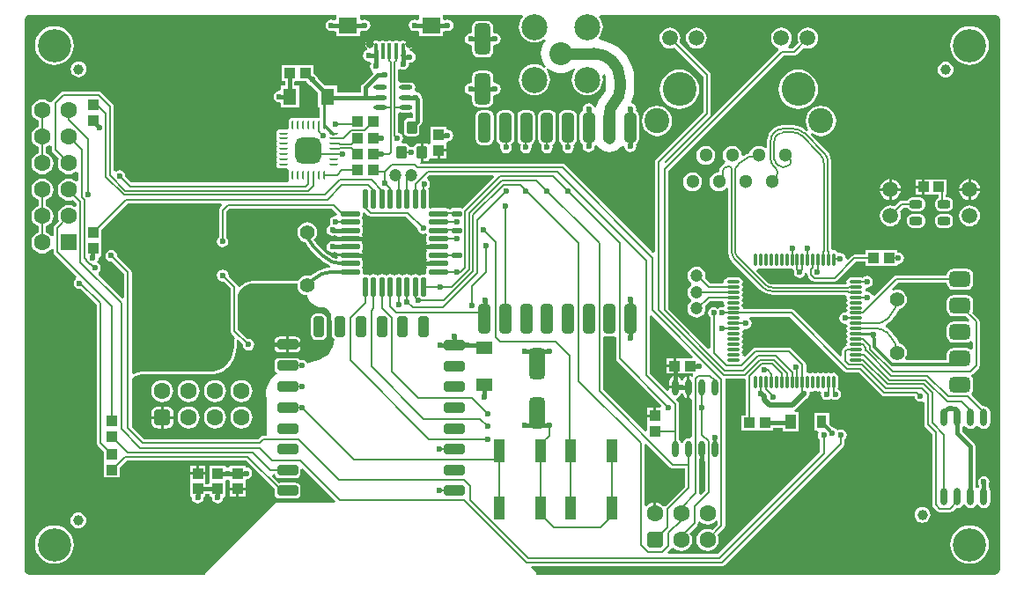
<source format=gtl>
%FSLAX44Y44*%
%MOMM*%
G71*
G01*
G75*
G04 Layer_Physical_Order=1*
G04 Layer_Color=255*
%ADD10C,1.1000*%
%ADD11C,0.4000*%
%ADD12C,0.1500*%
%ADD13C,0.2000*%
%ADD14C,0.3000*%
%ADD15R,1.0000X1.0000*%
%ADD16R,1.0000X1.0000*%
G04:AMPARAMS|DCode=17|XSize=1.2mm|YSize=0.8mm|CornerRadius=0.2mm|HoleSize=0mm|Usage=FLASHONLY|Rotation=180.000|XOffset=0mm|YOffset=0mm|HoleType=Round|Shape=RoundedRectangle|*
%AMROUNDEDRECTD17*
21,1,1.2000,0.4000,0,0,180.0*
21,1,0.8000,0.8000,0,0,180.0*
1,1,0.4000,-0.4000,0.2000*
1,1,0.4000,0.4000,0.2000*
1,1,0.4000,0.4000,-0.2000*
1,1,0.4000,-0.4000,-0.2000*
%
%ADD17ROUNDEDRECTD17*%
%ADD18R,1.8000X1.5000*%
G04:AMPARAMS|DCode=19|XSize=1.5mm|YSize=0.4mm|CornerRadius=0.1mm|HoleSize=0mm|Usage=FLASHONLY|Rotation=90.000|XOffset=0mm|YOffset=0mm|HoleType=Round|Shape=RoundedRectangle|*
%AMROUNDEDRECTD19*
21,1,1.5000,0.2000,0,0,90.0*
21,1,1.3000,0.4000,0,0,90.0*
1,1,0.2000,0.1000,0.6500*
1,1,0.2000,0.1000,-0.6500*
1,1,0.2000,-0.1000,-0.6500*
1,1,0.2000,-0.1000,0.6500*
%
%ADD19ROUNDEDRECTD19*%
G04:AMPARAMS|DCode=20|XSize=1.5mm|YSize=0.38mm|CornerRadius=0.095mm|HoleSize=0mm|Usage=FLASHONLY|Rotation=90.000|XOffset=0mm|YOffset=0mm|HoleType=Round|Shape=RoundedRectangle|*
%AMROUNDEDRECTD20*
21,1,1.5000,0.1900,0,0,90.0*
21,1,1.3100,0.3800,0,0,90.0*
1,1,0.1900,0.0950,0.6550*
1,1,0.1900,0.0950,-0.6550*
1,1,0.1900,-0.0950,-0.6550*
1,1,0.1900,-0.0950,0.6550*
%
%ADD20ROUNDEDRECTD20*%
%ADD21R,1.0000X2.2500*%
%ADD22O,0.6000X1.6000*%
G04:AMPARAMS|DCode=23|XSize=2.8mm|YSize=1.2mm|CornerRadius=0.3mm|HoleSize=0mm|Usage=FLASHONLY|Rotation=270.000|XOffset=0mm|YOffset=0mm|HoleType=Round|Shape=RoundedRectangle|*
%AMROUNDEDRECTD23*
21,1,2.8000,0.6000,0,0,270.0*
21,1,2.2000,1.2000,0,0,270.0*
1,1,0.6000,-0.3000,-1.1000*
1,1,0.6000,-0.3000,1.1000*
1,1,0.6000,0.3000,1.1000*
1,1,0.6000,0.3000,-1.1000*
%
%ADD23ROUNDEDRECTD23*%
G04:AMPARAMS|DCode=24|XSize=1mm|YSize=1.2mm|CornerRadius=0.125mm|HoleSize=0mm|Usage=FLASHONLY|Rotation=180.000|XOffset=0mm|YOffset=0mm|HoleType=Round|Shape=RoundedRectangle|*
%AMROUNDEDRECTD24*
21,1,1.0000,0.9500,0,0,180.0*
21,1,0.7500,1.2000,0,0,180.0*
1,1,0.2500,-0.3750,0.4750*
1,1,0.2500,0.3750,0.4750*
1,1,0.2500,0.3750,-0.4750*
1,1,0.2500,-0.3750,-0.4750*
%
%ADD24ROUNDEDRECTD24*%
%ADD25R,1.3000X1.6000*%
G04:AMPARAMS|DCode=26|XSize=2.5mm|YSize=2.5mm|CornerRadius=0.625mm|HoleSize=0mm|Usage=FLASHONLY|Rotation=180.000|XOffset=0mm|YOffset=0mm|HoleType=Round|Shape=RoundedRectangle|*
%AMROUNDEDRECTD26*
21,1,2.5000,1.2500,0,0,180.0*
21,1,1.2500,2.5000,0,0,180.0*
1,1,1.2500,-0.6250,0.6250*
1,1,1.2500,0.6250,0.6250*
1,1,1.2500,0.6250,-0.6250*
1,1,1.2500,-0.6250,-0.6250*
%
%ADD26ROUNDEDRECTD26*%
G04:AMPARAMS|DCode=27|XSize=0.25mm|YSize=0.85mm|CornerRadius=0.0625mm|HoleSize=0mm|Usage=FLASHONLY|Rotation=180.000|XOffset=0mm|YOffset=0mm|HoleType=Round|Shape=RoundedRectangle|*
%AMROUNDEDRECTD27*
21,1,0.2500,0.7250,0,0,180.0*
21,1,0.1250,0.8500,0,0,180.0*
1,1,0.1250,-0.0625,0.3625*
1,1,0.1250,0.0625,0.3625*
1,1,0.1250,0.0625,-0.3625*
1,1,0.1250,-0.0625,-0.3625*
%
%ADD27ROUNDEDRECTD27*%
G04:AMPARAMS|DCode=28|XSize=0.25mm|YSize=0.85mm|CornerRadius=0.0625mm|HoleSize=0mm|Usage=FLASHONLY|Rotation=270.000|XOffset=0mm|YOffset=0mm|HoleType=Round|Shape=RoundedRectangle|*
%AMROUNDEDRECTD28*
21,1,0.2500,0.7250,0,0,270.0*
21,1,0.1250,0.8500,0,0,270.0*
1,1,0.1250,-0.3625,-0.0625*
1,1,0.1250,-0.3625,0.0625*
1,1,0.1250,0.3625,0.0625*
1,1,0.1250,0.3625,-0.0625*
%
%ADD28ROUNDEDRECTD28*%
%ADD29R,1.6000X1.3000*%
%ADD30O,1.3000X0.4500*%
%ADD31O,1.3000X0.3000*%
%ADD32O,0.3000X1.3000*%
%ADD33R,0.9000X1.2000*%
%ADD34R,1.0000X1.4000*%
%ADD35C,1.0000*%
%ADD36O,1.9500X0.5500*%
%ADD37O,0.5500X1.9500*%
G04:AMPARAMS|DCode=38|XSize=3mm|YSize=1.5mm|CornerRadius=0.375mm|HoleSize=0mm|Usage=FLASHONLY|Rotation=270.000|XOffset=0mm|YOffset=0mm|HoleType=Round|Shape=RoundedRectangle|*
%AMROUNDEDRECTD38*
21,1,3.0000,0.7500,0,0,270.0*
21,1,2.2500,1.5000,0,0,270.0*
1,1,0.7500,-0.3750,-1.1250*
1,1,0.7500,-0.3750,1.1250*
1,1,0.7500,0.3750,1.1250*
1,1,0.7500,0.3750,-1.1250*
%
%ADD38ROUNDEDRECTD38*%
%ADD39O,0.7000X1.7000*%
G04:AMPARAMS|DCode=40|XSize=2mm|YSize=1mm|CornerRadius=0.25mm|HoleSize=0mm|Usage=FLASHONLY|Rotation=270.000|XOffset=0mm|YOffset=0mm|HoleType=Round|Shape=RoundedRectangle|*
%AMROUNDEDRECTD40*
21,1,2.0000,0.5000,0,0,270.0*
21,1,1.5000,1.0000,0,0,270.0*
1,1,0.5000,-0.2500,-0.7500*
1,1,0.5000,-0.2500,0.7500*
1,1,0.5000,0.2500,0.7500*
1,1,0.5000,0.2500,-0.7500*
%
%ADD40ROUNDEDRECTD40*%
G04:AMPARAMS|DCode=41|XSize=2mm|YSize=1mm|CornerRadius=0.25mm|HoleSize=0mm|Usage=FLASHONLY|Rotation=180.000|XOffset=0mm|YOffset=0mm|HoleType=Round|Shape=RoundedRectangle|*
%AMROUNDEDRECTD41*
21,1,2.0000,0.5000,0,0,180.0*
21,1,1.5000,1.0000,0,0,180.0*
1,1,0.5000,-0.7500,0.2500*
1,1,0.5000,0.7500,0.2500*
1,1,0.5000,0.7500,-0.2500*
1,1,0.5000,-0.7500,-0.2500*
%
%ADD41ROUNDEDRECTD41*%
G04:AMPARAMS|DCode=42|XSize=1mm|YSize=0.55mm|CornerRadius=0.1375mm|HoleSize=0mm|Usage=FLASHONLY|Rotation=0.000|XOffset=0mm|YOffset=0mm|HoleType=Round|Shape=RoundedRectangle|*
%AMROUNDEDRECTD42*
21,1,1.0000,0.2750,0,0,0.0*
21,1,0.7250,0.5500,0,0,0.0*
1,1,0.2750,0.3625,-0.1375*
1,1,0.2750,-0.3625,-0.1375*
1,1,0.2750,-0.3625,0.1375*
1,1,0.2750,0.3625,0.1375*
%
%ADD42ROUNDEDRECTD42*%
%ADD43C,0.2500*%
%ADD44C,0.1800*%
%ADD45C,0.5000*%
%ADD46C,0.8000*%
%ADD47C,1.2000*%
%ADD48C,1.6000*%
%ADD49R,1.6000X1.6000*%
%ADD50C,1.4000*%
%ADD51C,3.2000*%
G04:AMPARAMS|DCode=52|XSize=1.5mm|YSize=2mm|CornerRadius=0.375mm|HoleSize=0mm|Usage=FLASHONLY|Rotation=270.000|XOffset=0mm|YOffset=0mm|HoleType=Round|Shape=RoundedRectangle|*
%AMROUNDEDRECTD52*
21,1,1.5000,1.2500,0,0,270.0*
21,1,0.7500,2.0000,0,0,270.0*
1,1,0.7500,-0.6250,-0.3750*
1,1,0.7500,-0.6250,0.3750*
1,1,0.7500,0.6250,0.3750*
1,1,0.7500,0.6250,-0.3750*
%
%ADD52ROUNDEDRECTD52*%
%ADD53C,1.5000*%
%ADD54C,1.3000*%
%ADD55C,3.2500*%
%ADD56C,2.4000*%
%ADD57C,2.5000*%
%ADD58C,2.2000*%
G04:AMPARAMS|DCode=59|XSize=1.6mm|YSize=1.6mm|CornerRadius=0.4mm|HoleSize=0mm|Usage=FLASHONLY|Rotation=180.000|XOffset=0mm|YOffset=0mm|HoleType=Round|Shape=RoundedRectangle|*
%AMROUNDEDRECTD59*
21,1,1.6000,0.8000,0,0,180.0*
21,1,0.8000,1.6000,0,0,180.0*
1,1,0.8000,-0.4000,0.4000*
1,1,0.8000,0.4000,0.4000*
1,1,0.8000,0.4000,-0.4000*
1,1,0.8000,-0.4000,-0.4000*
%
%ADD59ROUNDEDRECTD59*%
%ADD60C,0.6000*%
G36*
X446746Y385610D02*
X416571Y355435D01*
X416137Y355725D01*
X414625Y356026D01*
X407375D01*
X405863Y355725D01*
X404581Y354869D01*
X404408Y354610D01*
X402859Y355645D01*
X400810Y356053D01*
X386810D01*
X386253Y355942D01*
X384552Y357643D01*
X384663Y358200D01*
Y372200D01*
X384255Y374249D01*
X383711Y375063D01*
X383723Y375123D01*
X384939Y376942D01*
X385366Y379088D01*
X384939Y381234D01*
X383723Y383053D01*
X383284Y383347D01*
X383030Y385922D01*
X384566Y387457D01*
X445981D01*
X446746Y385610D01*
D02*
G37*
G36*
X616503Y106817D02*
X617660Y106043D01*
X619026Y105771D01*
X630443D01*
Y88212D01*
X611782Y69550D01*
X610288Y69381D01*
X609259Y69553D01*
X609017Y69867D01*
X606815Y71557D01*
X604252Y72619D01*
X602770Y72814D01*
Y62350D01*
X600230D01*
Y72814D01*
X598749Y72619D01*
X596185Y71557D01*
X593983Y69867D01*
X593607Y69377D01*
X591607Y70056D01*
Y128884D01*
X593607Y129713D01*
X616503Y106817D01*
D02*
G37*
G36*
X647982Y113435D02*
X649747Y112187D01*
Y84402D01*
X646031Y80686D01*
X644214Y81638D01*
X644185Y81668D01*
Y111859D01*
X645442Y112891D01*
Y124044D01*
X647982D01*
Y113435D01*
D02*
G37*
G36*
X638414Y213684D02*
X637648Y211836D01*
X628210D01*
Y211876D01*
X621940D01*
Y204336D01*
Y196796D01*
X628210D01*
Y196836D01*
X637902D01*
X638667Y194988D01*
X638093Y194413D01*
X637431Y193423D01*
X636174Y194263D01*
X635282Y194440D01*
Y184044D01*
Y173435D01*
X637047Y172187D01*
Y135853D01*
X635047Y134446D01*
X634012Y134652D01*
X631866Y134225D01*
X630047Y133009D01*
X628831Y131190D01*
X628682Y130438D01*
X626642D01*
X626493Y131190D01*
X625277Y133009D01*
X624880Y133274D01*
Y141598D01*
Y167760D01*
X624609Y169126D01*
X623835Y170283D01*
X622522Y171597D01*
X623180Y173767D01*
X623474Y173825D01*
X625306Y175050D01*
X626530Y176882D01*
X626642Y177445D01*
X628682D01*
X628793Y176882D01*
X630018Y175050D01*
X631850Y173825D01*
X632742Y173648D01*
Y184044D01*
Y194440D01*
X631850Y194263D01*
X630018Y193038D01*
X628793Y191206D01*
X628682Y190643D01*
X626642D01*
X626530Y191206D01*
X625306Y193038D01*
X623474Y194263D01*
X622582Y194440D01*
Y184044D01*
X621312D01*
Y182774D01*
X615663D01*
Y181284D01*
X613663Y180455D01*
X596941Y197178D01*
Y252544D01*
X598788Y253309D01*
X638414Y213684D01*
D02*
G37*
G36*
X258115Y283430D02*
X257908Y281860D01*
X258235Y279380D01*
X259192Y277069D01*
X260714Y275084D01*
X262699Y273562D01*
X265010Y272605D01*
X267490Y272278D01*
X267744Y271031D01*
Y270884D01*
X268222Y269761D01*
X269432Y267642D01*
X270954Y265734D01*
X272751Y264084D01*
X274781Y262731D01*
X276996Y261706D01*
X279342Y261035D01*
X281763Y260734D01*
X282984Y260724D01*
X283757Y260563D01*
X285223Y259979D01*
X286566Y259149D01*
X287744Y258099D01*
X288723Y256860D01*
X289472Y255470D01*
X289968Y253972D01*
X290198Y252410D01*
X290175Y251621D01*
X290172Y251114D01*
X290230Y250103D01*
X290375Y249100D01*
X290606Y248114D01*
X290754Y247629D01*
X291002Y246752D01*
Y234480D01*
X291390Y232529D01*
X292495Y230875D01*
X293675Y230087D01*
X293672Y229913D01*
X293083Y226403D01*
X291975Y223022D01*
X290375Y219843D01*
X288318Y216940D01*
X285850Y214376D01*
X283027Y212210D01*
X279912Y210490D01*
X278244Y209872D01*
X273826Y208699D01*
X267417Y206806D01*
X266375Y208365D01*
X264556Y209581D01*
X262410Y210008D01*
X260264Y209581D01*
X260207Y209543D01*
X259565Y210505D01*
X257911Y211610D01*
X255960Y211998D01*
X240960D01*
X239009Y211610D01*
X237355Y210505D01*
X236250Y208851D01*
X235862Y206900D01*
Y201900D01*
X236250Y199949D01*
X237355Y198295D01*
X238413Y197589D01*
X238296Y196139D01*
X238028Y196017D01*
X234769Y193671D01*
X232031Y190733D01*
X229919Y187318D01*
X228513Y183556D01*
X227868Y179592D01*
X228009Y175579D01*
X228374Y173602D01*
X228374Y173602D01*
X228374Y173602D01*
Y137039D01*
X225326D01*
X223960Y136767D01*
X222803Y135993D01*
X220546Y133737D01*
X110726D01*
X98593Y145870D01*
Y191444D01*
X100181Y193032D01*
X102510Y194589D01*
X105099Y195661D01*
X107847Y196208D01*
X174018D01*
X176508Y196330D01*
X181391Y197302D01*
X185991Y199207D01*
X190132Y201973D01*
X193652Y205494D01*
X196419Y209634D01*
X198324Y214235D01*
X199296Y219118D01*
X199418Y221608D01*
Y229102D01*
X200591Y229588D01*
X205373Y224806D01*
X205366Y224771D01*
X205793Y222625D01*
X207009Y220806D01*
X208828Y219590D01*
X210974Y219163D01*
X213120Y219590D01*
X214939Y220806D01*
X216155Y222625D01*
X216582Y224771D01*
X216155Y226917D01*
X214939Y228736D01*
X213120Y229952D01*
X210974Y230379D01*
X210073Y230199D01*
X200701Y239572D01*
Y272691D01*
X201442Y274480D01*
X203387Y277392D01*
X205864Y279869D01*
X208776Y281814D01*
X212012Y283155D01*
X215447Y283838D01*
X256066D01*
X258115Y283430D01*
D02*
G37*
G36*
X564403Y231914D02*
Y211194D01*
X564675Y209828D01*
X565449Y208671D01*
X608115Y166004D01*
X607287Y164004D01*
X602770D01*
Y156464D01*
X601500D01*
Y155194D01*
X593960D01*
Y148924D01*
X594000D01*
Y142026D01*
X592152Y141260D01*
X551729Y181684D01*
Y231863D01*
X553729Y233147D01*
X555028Y232888D01*
X561028D01*
X562403Y233162D01*
X564403Y231914D01*
D02*
G37*
G36*
X185399Y358686D02*
X183433Y356719D01*
X182659Y355562D01*
X182387Y354196D01*
Y328200D01*
X181991Y327935D01*
X180775Y326116D01*
X180348Y323970D01*
X180775Y321824D01*
X181991Y320005D01*
X183810Y318789D01*
X185956Y318362D01*
X188102Y318789D01*
X189921Y320005D01*
X191137Y321824D01*
X191564Y323970D01*
X191137Y326116D01*
X189921Y327935D01*
X189525Y328200D01*
Y352718D01*
X192514Y355707D01*
X291158D01*
X296530Y350336D01*
X296565Y350160D01*
X294864Y348459D01*
X294670Y348498D01*
X292524Y348071D01*
X290705Y346855D01*
X289489Y345036D01*
X289062Y342890D01*
X289227Y342061D01*
X289474Y340071D01*
X287655Y338855D01*
X286439Y337036D01*
X286012Y334890D01*
X286439Y332744D01*
X287655Y330925D01*
X289474Y329709D01*
X291620Y329282D01*
X293766Y329709D01*
X296017Y329253D01*
X296697Y328112D01*
X296669Y327970D01*
X308810D01*
X320951D01*
X320793Y328764D01*
X319624Y330514D01*
X320530Y332314D01*
X320755Y332652D01*
X321163Y334700D01*
X320755Y336749D01*
X320508Y337119D01*
X319704Y338700D01*
X320508Y340281D01*
X320755Y340652D01*
X321163Y342700D01*
X320755Y344748D01*
X319595Y346485D01*
Y346915D01*
X320755Y348652D01*
X321163Y350700D01*
X321072Y351159D01*
X322915Y352145D01*
X325927Y349133D01*
X327084Y348359D01*
X328450Y348087D01*
X362532D01*
X373481Y337138D01*
X373388Y336670D01*
X373815Y334524D01*
X375031Y332705D01*
X376850Y331489D01*
X378996Y331062D01*
X381142Y331489D01*
X381741Y331889D01*
X383025Y330485D01*
X381865Y328748D01*
X381457Y326700D01*
X381865Y324652D01*
X382090Y324314D01*
X382996Y322514D01*
X381827Y320764D01*
X381669Y319970D01*
X393810D01*
Y317430D01*
X381669D01*
X381827Y316636D01*
X382996Y314886D01*
X382090Y313086D01*
X381865Y312748D01*
X381457Y310700D01*
X381865Y308652D01*
X382090Y308314D01*
X382996Y306514D01*
X381827Y304764D01*
X381669Y303970D01*
X393810D01*
Y301430D01*
X381669D01*
X381827Y300636D01*
X382996Y298886D01*
X382090Y297086D01*
X381865Y296748D01*
X381457Y294700D01*
X381568Y294143D01*
X379867Y292442D01*
X379310Y292553D01*
X377262Y292145D01*
X375525Y290985D01*
X375095D01*
X373358Y292145D01*
X371310Y292553D01*
X369262Y292145D01*
X367525Y290985D01*
X367095D01*
X365358Y292145D01*
X363310Y292553D01*
X361262Y292145D01*
X360891Y291898D01*
X359310Y291094D01*
X357729Y291898D01*
X357358Y292145D01*
X355310Y292553D01*
X353262Y292145D01*
X352891Y291898D01*
X351310Y291094D01*
X349729Y291898D01*
X349358Y292145D01*
X347310Y292553D01*
X345262Y292145D01*
X344891Y291898D01*
X343310Y291094D01*
X341729Y291898D01*
X341358Y292145D01*
X339310Y292553D01*
X337262Y292145D01*
X336891Y291898D01*
X335310Y291094D01*
X333729Y291898D01*
X333358Y292145D01*
X331310Y292553D01*
X329262Y292145D01*
X328891Y291898D01*
X327310Y291094D01*
X325729Y291898D01*
X325358Y292145D01*
X323310Y292553D01*
X322753Y292442D01*
X321052Y294143D01*
X321163Y294700D01*
X320755Y296748D01*
X319595Y298485D01*
Y298915D01*
X320755Y300652D01*
X321163Y302700D01*
X320755Y304748D01*
X320530Y305086D01*
X319624Y306886D01*
X320793Y308636D01*
X320951Y309430D01*
X308810D01*
X296669D01*
X296736Y309092D01*
X296730Y309066D01*
X295858Y307924D01*
X295214Y307450D01*
X292357Y308317D01*
X288744Y310248D01*
X287086Y311609D01*
X285614Y312884D01*
X284227Y314270D01*
X275762Y322736D01*
X275571Y322863D01*
X273531Y325521D01*
X274265Y326085D01*
X275788Y328069D01*
X276745Y330380D01*
X277072Y332860D01*
X276745Y335340D01*
X275788Y337651D01*
X274265Y339635D01*
X272281Y341158D01*
X269970Y342115D01*
X267490Y342442D01*
X265010Y342115D01*
X262699Y341158D01*
X260714Y339635D01*
X259192Y337651D01*
X258235Y335340D01*
X257908Y332860D01*
X258235Y330380D01*
X259192Y328069D01*
X260714Y326085D01*
X262699Y324562D01*
X265010Y323605D01*
X265471Y323544D01*
X267174Y320357D01*
X269973Y316947D01*
X269994Y316968D01*
X278432Y308530D01*
X279838Y307108D01*
X279838Y307108D01*
X283300Y304152D01*
X287182Y301773D01*
X289747Y300710D01*
X289426Y298679D01*
X286238Y298428D01*
X281738Y297348D01*
X277462Y295577D01*
X273517Y293159D01*
X270747Y290793D01*
X269970Y291115D01*
X267490Y291442D01*
X265010Y291115D01*
X262699Y290158D01*
X260714Y288635D01*
X259192Y286651D01*
X258852Y285831D01*
X258612Y285930D01*
X256563Y286338D01*
X256312D01*
X256066Y286387D01*
X215447D01*
X215201Y286338D01*
X214949D01*
X211514Y285655D01*
X211283Y285559D01*
X211036Y285510D01*
X207801Y284169D01*
X207592Y284030D01*
X207360Y283934D01*
X204448Y281988D01*
X204270Y281810D01*
X204062Y281671D01*
X202698Y280307D01*
X202228Y280305D01*
X200561Y280999D01*
X200429Y281666D01*
X199655Y282823D01*
X191725Y290754D01*
X191818Y291222D01*
X191391Y293368D01*
X190175Y295187D01*
X188356Y296403D01*
X186210Y296830D01*
X184064Y296403D01*
X182245Y295187D01*
X181029Y293368D01*
X180602Y291222D01*
X181029Y289076D01*
X182245Y287257D01*
X184064Y286041D01*
X186210Y285614D01*
X186678Y285707D01*
X193563Y278822D01*
Y238094D01*
X193835Y236728D01*
X194609Y235570D01*
X197168Y233011D01*
X197466Y232038D01*
X197616Y230905D01*
X197616Y230904D01*
X197063Y230077D01*
X196869Y229102D01*
Y221670D01*
X196759Y219431D01*
X195873Y214978D01*
X194160Y210842D01*
X191672Y207119D01*
X188507Y203953D01*
X184784Y201466D01*
X180648Y199753D01*
X176195Y198867D01*
X173955Y198757D01*
X107847D01*
X107601Y198708D01*
X107350D01*
X104602Y198161D01*
X104370Y198065D01*
X104124Y198016D01*
X101535Y196944D01*
X101326Y196805D01*
X101094Y196709D01*
X100593Y196373D01*
X98593Y197442D01*
Y294252D01*
X98321Y295618D01*
X97547Y296775D01*
X84537Y309786D01*
X84630Y310254D01*
X84203Y312400D01*
X82987Y314219D01*
X81168Y315435D01*
X79022Y315862D01*
X76876Y315435D01*
X75057Y314219D01*
X73841Y312400D01*
X73414Y310254D01*
X73841Y308108D01*
X75057Y306289D01*
X76876Y305073D01*
X79022Y304646D01*
X79490Y304739D01*
X91455Y292774D01*
Y269628D01*
X89455Y268799D01*
X66529Y291726D01*
X66783Y294300D01*
X67239Y294605D01*
X68455Y296424D01*
X68882Y298570D01*
X68455Y300716D01*
X67239Y302535D01*
X66458Y303057D01*
X65529Y304137D01*
X65949Y305620D01*
X66423Y306330D01*
X66850Y308476D01*
X68089Y309986D01*
X69280D01*
Y324986D01*
X69280D01*
Y324986D01*
X69280D01*
Y335025D01*
X94788Y360533D01*
X184634D01*
X185399Y358686D01*
D02*
G37*
G36*
X928426Y542099D02*
X928788Y541972D01*
X929739Y541836D01*
X931417Y540997D01*
X931479Y540956D01*
X932532Y539902D01*
X933098Y539056D01*
X933143Y538965D01*
X933693Y537143D01*
D01*
X933721Y535271D01*
Y10137D01*
X933693Y8265D01*
D01*
X933154Y6437D01*
X932110Y4874D01*
X930547Y3830D01*
X928719Y3291D01*
D01*
X926847Y3263D01*
X488310D01*
X487971Y3676D01*
X487777Y4651D01*
X487224Y5478D01*
X482759Y9944D01*
X483525Y11791D01*
X666134D01*
X667500Y12063D01*
X668657Y12837D01*
X783093Y127273D01*
X783867Y128430D01*
X784139Y129796D01*
Y133304D01*
X784535Y133569D01*
X785751Y135388D01*
X786178Y137534D01*
X785751Y139680D01*
X784535Y141499D01*
X782716Y142715D01*
X780570Y143142D01*
X778424Y142715D01*
X777319Y141976D01*
X777182Y142033D01*
X775966Y143852D01*
X774147Y145068D01*
X772201Y145455D01*
X769296Y148360D01*
Y158988D01*
X755296D01*
Y141988D01*
X758016D01*
X759085Y139988D01*
X758879Y139680D01*
X758452Y137534D01*
X758879Y135388D01*
X760095Y133569D01*
X760491Y133304D01*
Y121835D01*
X661903Y23247D01*
X614506D01*
X613741Y25094D01*
X617231Y28585D01*
X617386Y28816D01*
X618194Y29073D01*
X619723Y29177D01*
X619827Y29143D01*
X621605Y27778D01*
X624159Y26720D01*
X626900Y26359D01*
X629641Y26720D01*
X632195Y27778D01*
X634389Y29461D01*
X636072Y31655D01*
X637130Y34209D01*
X637491Y36950D01*
X637130Y39691D01*
X636072Y42245D01*
X635146Y43451D01*
X642123Y50429D01*
X642897Y51586D01*
X643169Y52952D01*
Y54011D01*
X645169Y54587D01*
X647005Y53178D01*
X649559Y52120D01*
X652300Y51759D01*
X655041Y52120D01*
X657595Y53178D01*
X659789Y54861D01*
X660193Y55389D01*
X662193Y54710D01*
Y51890D01*
X656768Y46465D01*
X655041Y47180D01*
X652300Y47541D01*
X649559Y47180D01*
X647005Y46122D01*
X644811Y44439D01*
X643128Y42245D01*
X642070Y39691D01*
X641709Y36950D01*
X642070Y34209D01*
X643128Y31655D01*
X644811Y29461D01*
X647005Y27778D01*
X649559Y26720D01*
X652300Y26359D01*
X655041Y26720D01*
X657595Y27778D01*
X659789Y29461D01*
X661472Y31655D01*
X662530Y34209D01*
X662891Y36950D01*
X662530Y39691D01*
X661814Y41418D01*
X668285Y47889D01*
X669059Y49046D01*
X669331Y50412D01*
Y191382D01*
X669946Y192131D01*
X687929D01*
X688983Y191266D01*
Y156972D01*
X685052D01*
Y141972D01*
X698052D01*
X700052Y141972D01*
X702052Y141972D01*
X715052D01*
Y144884D01*
X724796D01*
Y140988D01*
X739796D01*
Y159988D01*
X736920D01*
X735762Y161842D01*
X735782Y161988D01*
X737305Y163005D01*
X747010Y172710D01*
X747156Y172739D01*
X748975Y173955D01*
X750191Y175774D01*
X750618Y177920D01*
X750471Y178658D01*
X751436Y179474D01*
X752250Y179964D01*
X753620Y179692D01*
X755181Y180002D01*
X756120Y180630D01*
X757059Y180002D01*
X758620Y179692D01*
X760050Y179976D01*
X760672Y179543D01*
X761683Y178601D01*
X761396Y177158D01*
X761823Y175012D01*
X763039Y173193D01*
X764858Y171977D01*
X767004Y171550D01*
X769150Y171977D01*
X769515Y172221D01*
X771120Y173109D01*
X772725Y172221D01*
X773090Y171977D01*
X775236Y171550D01*
X777382Y171977D01*
X779201Y173193D01*
X780417Y175012D01*
X780844Y177158D01*
X780417Y179304D01*
X779201Y181123D01*
X777410Y182320D01*
X777698Y183770D01*
Y193770D01*
X777388Y195331D01*
X776504Y196654D01*
X775181Y197538D01*
X773620Y197848D01*
X772059Y197538D01*
X771120Y196910D01*
X770181Y197538D01*
X768620Y197848D01*
X767059Y197538D01*
X766120Y196910D01*
X765181Y197538D01*
X763620Y197848D01*
X762059Y197538D01*
X761120Y196910D01*
X760181Y197538D01*
X758620Y197848D01*
X757059Y197538D01*
X756120Y196910D01*
X755181Y197538D01*
X753620Y197848D01*
X752059Y197538D01*
X751120Y196910D01*
X750181Y197538D01*
X748620Y197848D01*
X747189Y199023D01*
Y205424D01*
X746917Y206790D01*
X746143Y207948D01*
X733296Y220795D01*
X732138Y221569D01*
X730772Y221840D01*
X698748D01*
X697382Y221569D01*
X696225Y220795D01*
X688870Y213441D01*
X686445Y213844D01*
X686064Y214596D01*
X686198Y215270D01*
X685888Y216831D01*
X685260Y217770D01*
X685888Y218709D01*
X686198Y220270D01*
X685888Y221831D01*
X685260Y222770D01*
X685888Y223709D01*
X686198Y225270D01*
X685888Y226831D01*
X685260Y227770D01*
X685888Y228709D01*
X686198Y230270D01*
X685888Y231831D01*
X685260Y232770D01*
X685888Y233709D01*
X686198Y235270D01*
X685888Y236831D01*
X685871Y236857D01*
X686633Y239075D01*
X688148Y239818D01*
X689130Y239622D01*
X691276Y240049D01*
X693095Y241265D01*
X694311Y243084D01*
X694738Y245230D01*
X694311Y247376D01*
X693095Y249195D01*
X692338Y249701D01*
X692944Y251701D01*
X731621D01*
X784246Y199077D01*
X785403Y198303D01*
X786769Y198032D01*
X797946D01*
X819817Y176161D01*
X820975Y175387D01*
X822340Y175115D01*
X851469D01*
X851843Y173234D01*
X853059Y171415D01*
X854878Y170199D01*
X857024Y169772D01*
X858631Y170092D01*
X860631Y168953D01*
Y148138D01*
X860903Y146772D01*
X861677Y145615D01*
X868695Y138596D01*
Y70732D01*
X868967Y69366D01*
X869741Y68209D01*
X873267Y64683D01*
X874424Y63909D01*
X875790Y63637D01*
X885502D01*
X886868Y63909D01*
X888025Y64683D01*
X891205Y67863D01*
X892584Y67589D01*
X894925Y68054D01*
X896910Y69380D01*
X897823Y70747D01*
X897986Y70802D01*
X899882D01*
X900045Y70747D01*
X900958Y69380D01*
X902943Y68054D01*
X905284Y67589D01*
X907625Y68054D01*
X909610Y69380D01*
X910523Y70747D01*
X910686Y70802D01*
X912582D01*
X912745Y70747D01*
X913658Y69380D01*
X915643Y68054D01*
X917984Y67589D01*
X920325Y68054D01*
X922310Y69380D01*
X923636Y71365D01*
X924101Y73706D01*
Y83706D01*
X923636Y86047D01*
X922572Y87639D01*
Y89797D01*
X923165Y90684D01*
X923592Y92830D01*
X923165Y94976D01*
X921949Y96795D01*
X920130Y98011D01*
X917984Y98438D01*
X915838Y98011D01*
X914019Y96795D01*
X912803Y94976D01*
X912376Y92830D01*
X912803Y90684D01*
X913396Y89797D01*
Y87639D01*
X913163Y87291D01*
X910954Y87130D01*
X909872Y88272D01*
Y126866D01*
X909523Y128622D01*
X908528Y130110D01*
X897172Y141467D01*
Y145773D01*
X897823Y146747D01*
X897986Y146802D01*
X899882D01*
X900045Y146747D01*
X900958Y145380D01*
X902943Y144054D01*
X905284Y143588D01*
X907625Y144054D01*
X909610Y145380D01*
X910523Y146747D01*
X910686Y146802D01*
X912582D01*
X912745Y146747D01*
X913658Y145380D01*
X915643Y144054D01*
X917984Y143588D01*
X920325Y144054D01*
X922310Y145380D01*
X923636Y147365D01*
X924101Y149706D01*
Y159706D01*
X923636Y162047D01*
X922310Y164032D01*
X920325Y165358D01*
X917984Y165823D01*
X917029Y165634D01*
X906717Y175946D01*
X905880Y177792D01*
X906568Y178822D01*
X907261Y179859D01*
X907746Y182298D01*
Y189798D01*
X907261Y192237D01*
X906377Y193561D01*
X906196Y194867D01*
X906862Y196053D01*
X907227Y196297D01*
X913069Y202139D01*
X913821Y203263D01*
X914085Y204590D01*
Y246754D01*
X913821Y248081D01*
X913069Y249205D01*
X906842Y255432D01*
X907261Y256059D01*
X907746Y258498D01*
Y265998D01*
X907261Y268437D01*
X905880Y270504D01*
X903813Y271885D01*
X901374Y272370D01*
X888874D01*
X886435Y271885D01*
X884368Y270504D01*
X882987Y268437D01*
X882502Y265998D01*
Y258498D01*
X882987Y256059D01*
X884368Y253992D01*
X886435Y252611D01*
X888874Y252126D01*
X900344D01*
X903978Y248492D01*
X902993Y246649D01*
X901374Y246970D01*
X888874D01*
X886435Y246485D01*
X884368Y245104D01*
X882987Y243037D01*
X882502Y240598D01*
Y233098D01*
X882987Y230659D01*
X884368Y228592D01*
X886435Y227211D01*
X888874Y226726D01*
X901374D01*
X903813Y227211D01*
X905151Y228105D01*
X907151Y227169D01*
Y221127D01*
X905151Y220191D01*
X903813Y221085D01*
X901374Y221570D01*
X888874D01*
X886435Y221085D01*
X884368Y219704D01*
X882987Y217637D01*
X882502Y215198D01*
Y209938D01*
X843406D01*
X842420Y211938D01*
X842697Y212299D01*
X843654Y214610D01*
X843980Y217090D01*
X843654Y219570D01*
X842697Y221881D01*
X841174Y223865D01*
X839190Y225388D01*
X836879Y226345D01*
X836240Y226430D01*
X836028Y227128D01*
X833604Y231663D01*
X830342Y235639D01*
X830301Y235598D01*
X826781Y239117D01*
X826788Y239124D01*
X824344Y241129D01*
X823396Y241636D01*
Y243904D01*
X824344Y244410D01*
X826788Y246416D01*
X826781Y246423D01*
X830301Y249942D01*
X830342Y249901D01*
X833604Y253876D01*
X836028Y258412D01*
X836126Y258736D01*
X836879Y258834D01*
X839190Y259792D01*
X841174Y261315D01*
X842697Y263299D01*
X843654Y265610D01*
X843980Y268090D01*
X843654Y270570D01*
X842697Y272881D01*
X841174Y274865D01*
X839190Y276388D01*
X836879Y277345D01*
X834398Y277672D01*
X831919Y277345D01*
X831092Y277003D01*
X829959Y278699D01*
X835340Y284079D01*
X882502D01*
Y283898D01*
X882987Y281459D01*
X884368Y279392D01*
X886435Y278011D01*
X888874Y277526D01*
X901374D01*
X903813Y278011D01*
X905880Y279392D01*
X907261Y281459D01*
X907746Y283898D01*
Y291398D01*
X907261Y293837D01*
X905880Y295904D01*
X903813Y297285D01*
X901374Y297771D01*
X888874D01*
X886435Y297285D01*
X884368Y295904D01*
X882987Y293837D01*
X882502Y291398D01*
Y291217D01*
X833862D01*
X832496Y290945D01*
X831339Y290171D01*
X813089Y271921D01*
X811017Y272401D01*
X810872Y272533D01*
X809735Y274235D01*
X807916Y275451D01*
X805770Y275878D01*
X805477Y275819D01*
X803894Y277012D01*
X803894Y278528D01*
X805477Y279720D01*
X805770Y279662D01*
X807916Y280089D01*
X809735Y281305D01*
X810951Y283124D01*
X811378Y285270D01*
X810951Y287416D01*
X809735Y289235D01*
X807916Y290451D01*
X805770Y290878D01*
X803624Y290451D01*
X801805Y289235D01*
X801674Y289039D01*
X800120Y289348D01*
X790120D01*
X788559Y289038D01*
X787236Y288154D01*
X786352Y286831D01*
X786042Y285270D01*
X786153Y284711D01*
X784762Y282895D01*
X784642Y282834D01*
X715292D01*
X715284Y282832D01*
X713292Y283094D01*
X711429Y283866D01*
X709835Y285089D01*
X709830Y285096D01*
X699316Y295610D01*
X699788Y297503D01*
X701646Y298278D01*
X702059Y298002D01*
X703620Y297692D01*
X705181Y298002D01*
X706120Y298630D01*
X707059Y298002D01*
X708620Y297692D01*
X710181Y298002D01*
X711120Y298630D01*
X712059Y298002D01*
X713620Y297692D01*
X715181Y298002D01*
X716120Y298630D01*
X717059Y298002D01*
X718620Y297692D01*
X720181Y298002D01*
X721120Y298630D01*
X722059Y298002D01*
X723620Y297692D01*
X725181Y298002D01*
X726120Y298630D01*
X727059Y298002D01*
X728620Y297692D01*
X730181Y298002D01*
X731120Y298630D01*
X732059Y298002D01*
X733620Y297692D01*
X733957Y297759D01*
X735051Y296860D01*
X735323Y295494D01*
X735513Y295210D01*
X735372Y294500D01*
X735799Y292354D01*
X737015Y290535D01*
X738834Y289319D01*
X740980Y288892D01*
X743126Y289319D01*
X744945Y290535D01*
X746161Y292354D01*
X746588Y294500D01*
X746666Y294526D01*
X748666Y293072D01*
Y292118D01*
X748919Y290850D01*
X749637Y289775D01*
X753005Y286407D01*
X754080Y285689D01*
X755348Y285436D01*
X774560D01*
X775828Y285689D01*
X776903Y286407D01*
X795025Y304529D01*
X804623D01*
Y300343D01*
X817623D01*
X819622Y300343D01*
X821623Y300343D01*
X834622D01*
Y301255D01*
X835816Y302235D01*
X837962Y302662D01*
X839782Y303877D01*
X840997Y305697D01*
X841424Y307843D01*
X840997Y309988D01*
X839782Y311808D01*
X837962Y313023D01*
X835816Y313450D01*
X834622Y314430D01*
Y315343D01*
X821623D01*
X819623Y315343D01*
X817623Y315343D01*
X804623D01*
Y311156D01*
X793652D01*
X792384Y310904D01*
X791309Y310186D01*
X787161Y306038D01*
X785318Y307023D01*
X785405Y307460D01*
X784978Y309606D01*
X783763Y311425D01*
X781944Y312641D01*
X779798Y313068D01*
X779492Y313007D01*
X777388Y313331D01*
X776504Y314654D01*
X775181Y315538D01*
X773620Y315848D01*
X773061Y315737D01*
X771245Y317128D01*
X771184Y317248D01*
Y401216D01*
X771240D01*
X770762Y404845D01*
X769362Y408226D01*
X767133Y411130D01*
X767094Y411090D01*
X767094Y411090D01*
X751577Y426607D01*
X752898Y428114D01*
X753963Y427297D01*
X757491Y425836D01*
X761276Y425337D01*
X765061Y425836D01*
X768589Y427297D01*
X771618Y429621D01*
X773942Y432650D01*
X775403Y436177D01*
X775901Y439962D01*
X775403Y443748D01*
X773942Y447275D01*
X771618Y450304D01*
X768589Y452628D01*
X765061Y454089D01*
X761276Y454588D01*
X757491Y454089D01*
X753963Y452628D01*
X750935Y450304D01*
X748610Y447275D01*
X747149Y443748D01*
X746651Y439962D01*
X747149Y436177D01*
X748610Y432650D01*
X749329Y431714D01*
X747924Y430295D01*
X745123Y432595D01*
X741926Y434304D01*
X738457Y435356D01*
X734850Y435711D01*
Y435686D01*
X724621D01*
Y435748D01*
X720821Y435247D01*
X717281Y433781D01*
X714240Y431448D01*
X714276Y431412D01*
X712349Y429063D01*
X710917Y426384D01*
X710035Y423477D01*
X709737Y420454D01*
X709748D01*
Y414381D01*
X708730Y413801D01*
X707748Y413570D01*
X706115Y414824D01*
X703925Y415731D01*
X701576Y416040D01*
X699227Y415731D01*
X697037Y414824D01*
X695157Y413381D01*
X693715Y411501D01*
X692808Y409312D01*
X692762Y408961D01*
X692483Y408894D01*
X688316Y407169D01*
X687007Y406366D01*
X685171Y407587D01*
X684944Y409312D01*
X684037Y411501D01*
X682595Y413381D01*
X680715Y414824D01*
X678525Y415731D01*
X676176Y416040D01*
X673827Y415731D01*
X671637Y414824D01*
X669757Y413381D01*
X668315Y411501D01*
X667408Y409312D01*
X667098Y406962D01*
X667408Y404613D01*
X668315Y402424D01*
X669362Y401058D01*
X669393Y400906D01*
X669096Y399306D01*
X668802Y398755D01*
X667785Y398334D01*
X666098Y397040D01*
X664804Y395353D01*
X663990Y393388D01*
X663886Y392603D01*
X663598Y391223D01*
X662055Y390453D01*
X661126Y390331D01*
X658937Y389424D01*
X657057Y387981D01*
X655614Y386101D01*
X654708Y383912D01*
X654398Y381562D01*
X654708Y379213D01*
X655614Y377024D01*
X657057Y375144D01*
X658937Y373701D01*
X661126Y372794D01*
X663476Y372485D01*
X665826Y372794D01*
X668015Y373701D01*
X669895Y375144D01*
X670410Y375815D01*
X672410Y375136D01*
Y312812D01*
X672378D01*
X672759Y309918D01*
X673876Y307221D01*
X675653Y304905D01*
X675676Y304928D01*
X701255Y279349D01*
X702653Y277919D01*
X702653Y277919D01*
X705362Y275696D01*
X708452Y274044D01*
X711805Y273027D01*
X715292Y272684D01*
Y272706D01*
X784642D01*
X784762Y272645D01*
X786153Y270829D01*
X786042Y270270D01*
X786352Y268709D01*
X786980Y267770D01*
X786352Y266831D01*
X786042Y265270D01*
X786352Y263709D01*
X786980Y262770D01*
X786352Y261831D01*
X786042Y260270D01*
X786352Y258709D01*
X786980Y257770D01*
X786352Y256831D01*
X784821Y255808D01*
X784470Y255878D01*
X782324Y255451D01*
X780505Y254235D01*
X779289Y252416D01*
X778862Y250270D01*
X779289Y248124D01*
X780505Y246305D01*
X782324Y245089D01*
X784470Y244662D01*
X784821Y244732D01*
X786352Y243709D01*
X786980Y242770D01*
X786352Y241831D01*
X786042Y240270D01*
X786352Y238709D01*
X786980Y237770D01*
X786352Y236831D01*
X786042Y235270D01*
X786352Y233709D01*
X786980Y232770D01*
X786352Y231831D01*
X786042Y230270D01*
X786352Y228709D01*
X786980Y227770D01*
X786352Y226831D01*
X786042Y225270D01*
X786346Y223738D01*
X785486Y223567D01*
X784329Y222793D01*
X782619Y221083D01*
X781845Y219926D01*
X781573Y218560D01*
Y214456D01*
X779726Y213690D01*
X735622Y257793D01*
X734465Y258567D01*
X733099Y258839D01*
X687373D01*
X686198Y260270D01*
X685888Y261831D01*
X685260Y262770D01*
X685888Y263709D01*
X686198Y265270D01*
X685888Y266831D01*
X685260Y267770D01*
X685888Y268709D01*
X686198Y270270D01*
X685888Y271831D01*
X685260Y272770D01*
X685888Y273709D01*
X686198Y275270D01*
X685888Y276831D01*
X685260Y277770D01*
X685888Y278709D01*
X686198Y280270D01*
X685888Y281831D01*
X685260Y282770D01*
X685888Y283709D01*
X686198Y285270D01*
X685888Y286831D01*
X685004Y288154D01*
X683681Y289038D01*
X682120Y289348D01*
X672120D01*
X670559Y289038D01*
X669236Y288154D01*
X668352Y286831D01*
X668042Y285270D01*
X666867Y283839D01*
X654688D01*
X650018Y288508D01*
X650167Y288867D01*
X650459Y291086D01*
X650167Y293305D01*
X649311Y295373D01*
X647948Y297148D01*
X646173Y298511D01*
X644105Y299367D01*
X641886Y299659D01*
X639667Y299367D01*
X637599Y298511D01*
X635824Y297148D01*
X634461Y295373D01*
X633605Y293305D01*
X633313Y291086D01*
X633605Y288867D01*
X634461Y286799D01*
X635824Y285024D01*
X636858Y284230D01*
X636996Y283883D01*
Y282151D01*
X636858Y281804D01*
X635824Y281010D01*
X634461Y279235D01*
X633605Y277167D01*
X633313Y274948D01*
X633605Y272729D01*
X634461Y270661D01*
X635824Y268886D01*
X636377Y268461D01*
Y265940D01*
X635824Y265516D01*
X634461Y263741D01*
X633605Y261673D01*
X633313Y259454D01*
X633605Y257235D01*
X634461Y255167D01*
X635824Y253392D01*
X637599Y252029D01*
X639667Y251173D01*
X641886Y250881D01*
X644105Y251173D01*
X646173Y252029D01*
X647948Y253392D01*
X649311Y255167D01*
X650167Y257235D01*
X650459Y259454D01*
X650167Y261673D01*
X650018Y262032D01*
X654688Y266701D01*
X666867D01*
X668042Y265270D01*
X668352Y263709D01*
X668980Y262770D01*
X668352Y261831D01*
X666821Y260808D01*
X666470Y260878D01*
X664324Y260451D01*
X664112Y260309D01*
X663992Y260240D01*
X662361Y259355D01*
X660542Y260571D01*
X658396Y260998D01*
X656250Y260571D01*
X654431Y259355D01*
X653215Y257536D01*
X652788Y255390D01*
X653215Y253244D01*
X654431Y251425D01*
X654827Y251160D01*
Y221914D01*
X652980Y221149D01*
X614721Y259408D01*
Y391834D01*
X725406Y502519D01*
X735402D01*
X736767Y502791D01*
X737925Y503565D01*
X744691Y510331D01*
X746165Y509720D01*
X748776Y509376D01*
X751386Y509720D01*
X753819Y510728D01*
X755908Y512330D01*
X757511Y514419D01*
X758519Y516852D01*
X758862Y519462D01*
X758519Y522073D01*
X757511Y524506D01*
X755908Y526595D01*
X753819Y528197D01*
X751386Y529205D01*
X748776Y529549D01*
X746165Y529205D01*
X743733Y528197D01*
X741644Y526595D01*
X740041Y524506D01*
X739033Y522073D01*
X738690Y519462D01*
X739033Y516852D01*
X739644Y515377D01*
X733923Y509657D01*
X730309D01*
X729630Y511657D01*
X730508Y512330D01*
X732111Y514419D01*
X733119Y516852D01*
X733462Y519462D01*
X733119Y522073D01*
X732111Y524506D01*
X730508Y526595D01*
X728419Y528197D01*
X725986Y529205D01*
X723376Y529549D01*
X720766Y529205D01*
X718333Y528197D01*
X716244Y526595D01*
X714641Y524506D01*
X713633Y522073D01*
X713290Y519462D01*
X713633Y516852D01*
X714641Y514419D01*
X716244Y512330D01*
X718333Y510728D01*
X720009Y510033D01*
X720578Y508159D01*
X720527Y507734D01*
X612308Y399515D01*
X610138Y400173D01*
X610133Y400200D01*
X654315Y444383D01*
X655089Y445540D01*
X655361Y446906D01*
Y483946D01*
X655089Y485312D01*
X654315Y486470D01*
X625408Y515377D01*
X626019Y516852D01*
X626362Y519462D01*
X626019Y522073D01*
X625011Y524506D01*
X623408Y526595D01*
X621319Y528197D01*
X618886Y529205D01*
X616276Y529549D01*
X613666Y529205D01*
X611233Y528197D01*
X609144Y526595D01*
X607541Y524506D01*
X606533Y522073D01*
X606190Y519462D01*
X606533Y516852D01*
X607541Y514419D01*
X609144Y512330D01*
X611233Y510728D01*
X613666Y509720D01*
X616276Y509376D01*
X618886Y509720D01*
X620361Y510331D01*
X648223Y482468D01*
Y448384D01*
X602533Y402693D01*
X601759Y401536D01*
X601487Y400170D01*
Y313862D01*
X599640Y313097D01*
X515123Y397613D01*
X513966Y398387D01*
X512600Y398659D01*
X376362D01*
X376036Y399146D01*
X376550Y400107D01*
Y409760D01*
Y418374D01*
X374070D01*
X372591Y418080D01*
X371338Y417242D01*
X370599Y416138D01*
X369522Y414587D01*
X368295Y414726D01*
X367312Y414922D01*
X366775Y414815D01*
X365112Y415926D01*
X365102Y415973D01*
X364274Y417214D01*
X363033Y418042D01*
X361570Y418333D01*
X359216D01*
X358254Y420333D01*
X358961Y421392D01*
X359388Y423538D01*
X358961Y425684D01*
X357745Y427503D01*
X355926Y428719D01*
X354798Y428943D01*
Y447095D01*
X356798Y448363D01*
X357836Y448157D01*
X366336D01*
X366820Y448253D01*
X368820Y446725D01*
Y442333D01*
X364070D01*
X362607Y442042D01*
X361366Y441214D01*
X360538Y439973D01*
X360247Y438510D01*
Y429010D01*
X360538Y427547D01*
X361366Y426306D01*
X362607Y425478D01*
X364070Y425187D01*
X371570D01*
X373033Y425478D01*
X374274Y426306D01*
X375102Y427547D01*
X375393Y429010D01*
Y434845D01*
X376652Y436104D01*
X377647Y437592D01*
X377996Y439348D01*
Y460822D01*
X377647Y462578D01*
X377185Y463270D01*
X376911Y464646D01*
X375695Y466465D01*
X373876Y467681D01*
X371730Y468108D01*
X370670Y469936D01*
X370810Y470147D01*
X371179Y472000D01*
X370810Y473853D01*
X369761Y475424D01*
X368189Y476474D01*
X366336Y476843D01*
X357836D01*
X356798Y476637D01*
X354798Y477905D01*
Y488908D01*
X356798Y489977D01*
X357546Y489477D01*
X359692Y489050D01*
X361838Y489477D01*
X363657Y490693D01*
X364873Y492512D01*
X365300Y494658D01*
X365215Y495082D01*
X366042Y495908D01*
X368188Y496335D01*
X370007Y497551D01*
X371223Y499370D01*
X371650Y501516D01*
X371223Y503662D01*
X370007Y505481D01*
X368188Y506697D01*
X367007Y506932D01*
X365970Y508958D01*
X365967Y509022D01*
X366132Y509403D01*
X367084Y509592D01*
X368440Y510498D01*
X369346Y511854D01*
X369664Y513454D01*
X369346Y515054D01*
X368440Y516410D01*
X367084Y517316D01*
X365484Y517634D01*
X363884Y517316D01*
X362528Y516410D01*
X362408Y516230D01*
X361780Y516650D01*
X360434Y516918D01*
X358534D01*
X357188Y516650D01*
X356267Y516034D01*
X355350Y516647D01*
X353984Y516918D01*
X351984D01*
X350618Y516647D01*
X349734Y516056D01*
X348850Y516647D01*
X347484Y516918D01*
X345484D01*
X344118Y516647D01*
X343234Y516056D01*
X342350Y516647D01*
X340984Y516918D01*
X338984D01*
X337618Y516647D01*
X336701Y516034D01*
X335780Y516650D01*
X334434Y516918D01*
X332534D01*
X331188Y516650D01*
X330560Y516230D01*
X330440Y516410D01*
X329084Y517316D01*
X327484Y517634D01*
X325884Y517316D01*
X324528Y516410D01*
X323622Y515054D01*
X323304Y513454D01*
X323622Y511854D01*
X324528Y510498D01*
X325110Y510109D01*
X324688Y507986D01*
X324593Y507967D01*
X322773Y506751D01*
X321558Y504932D01*
X321131Y502786D01*
X321558Y500640D01*
X322773Y498821D01*
X324593Y497605D01*
X326739Y497178D01*
X326896Y497210D01*
X328896Y495568D01*
Y495433D01*
X328303Y494546D01*
X327876Y492400D01*
X328303Y490254D01*
X329519Y488435D01*
X330221Y487966D01*
X330571Y485488D01*
X320380Y475296D01*
X319385Y473808D01*
X319036Y472052D01*
Y467088D01*
X295904D01*
Y473815D01*
X284345D01*
X277621Y480539D01*
X277387Y481717D01*
X276171Y483537D01*
X274352Y484752D01*
X273173Y484987D01*
X272996Y485164D01*
Y493675D01*
X259996D01*
X257996Y493675D01*
X255996Y493675D01*
X242996D01*
Y478675D01*
X245908D01*
Y473815D01*
X241904D01*
Y469903D01*
X240710Y468923D01*
X238564Y468496D01*
X236745Y467281D01*
X235529Y465461D01*
X235102Y463315D01*
X235529Y461169D01*
X236745Y459350D01*
X238564Y458134D01*
X240710Y457708D01*
X241904Y456728D01*
Y452815D01*
X259904D01*
Y473815D01*
X255084D01*
Y477261D01*
X256498Y478675D01*
X257996Y478675D01*
X259996Y478675D01*
X266507D01*
X266843Y478339D01*
X267025Y477425D01*
X268241Y475606D01*
X270060Y474390D01*
X270974Y474209D01*
X277904Y467279D01*
Y452815D01*
X279508D01*
Y443502D01*
X278957Y443049D01*
X277707D01*
X276488Y442807D01*
X275832Y442369D01*
X275176Y442807D01*
X273957Y443049D01*
X272707D01*
X271488Y442807D01*
X270832Y442369D01*
X270176Y442807D01*
X268957Y443049D01*
X267707D01*
X266488Y442807D01*
X265832Y442369D01*
X265176Y442807D01*
X263957Y443049D01*
X262707D01*
X261488Y442807D01*
X260832Y442369D01*
X260176Y442807D01*
X258957Y443049D01*
X257707D01*
X256488Y442807D01*
X255832Y442369D01*
X255176Y442807D01*
X253957Y443049D01*
X252707D01*
X251488Y442807D01*
X250454Y442116D01*
X249763Y441082D01*
X249521Y439863D01*
Y433470D01*
X248587Y432143D01*
X247667Y431681D01*
X241011D01*
X239792Y431439D01*
X238758Y430748D01*
X238067Y429714D01*
X237825Y428495D01*
Y427245D01*
X238067Y426026D01*
X238505Y425370D01*
X238067Y424714D01*
X237825Y423495D01*
Y422245D01*
X238067Y421026D01*
X238505Y420370D01*
X238067Y419714D01*
X237825Y418495D01*
Y417245D01*
X238067Y416026D01*
X238505Y415370D01*
X238067Y414714D01*
X237825Y413495D01*
Y412245D01*
X238067Y411026D01*
X238505Y410370D01*
X238067Y409714D01*
X237825Y408495D01*
Y407245D01*
X238067Y406026D01*
X238505Y405370D01*
X238067Y404714D01*
X237825Y403495D01*
Y402245D01*
X238067Y401026D01*
X238505Y400370D01*
X238067Y399714D01*
X237825Y398495D01*
Y397245D01*
X238067Y396026D01*
X238758Y394992D01*
X239792Y394301D01*
X241011Y394059D01*
X248198D01*
X248770Y393536D01*
X249611Y392288D01*
X249449Y391475D01*
Y384225D01*
X249691Y383006D01*
X249946Y382625D01*
X249083Y380648D01*
X249060Y380625D01*
X98534D01*
X92453Y386706D01*
X92504Y386962D01*
X92077Y389108D01*
X90861Y390927D01*
X89042Y392143D01*
X86896Y392570D01*
X84750Y392143D01*
X83385Y391231D01*
X81812Y391788D01*
X81385Y392116D01*
Y453885D01*
X81113Y455251D01*
X80339Y456409D01*
X69538Y467209D01*
X68381Y467983D01*
X67015Y468255D01*
X33048D01*
X31682Y467983D01*
X30525Y467209D01*
X22651Y459335D01*
X22015Y458384D01*
X21484Y458106D01*
X19761Y457792D01*
X18023Y459126D01*
X15469Y460184D01*
X12728Y460545D01*
X9987Y460184D01*
X7433Y459126D01*
X5239Y457443D01*
X3556Y455249D01*
X2498Y452695D01*
X2137Y449954D01*
X2498Y447213D01*
X3556Y444659D01*
X5239Y442465D01*
X7433Y440782D01*
X9159Y440067D01*
X9159Y434441D01*
X7433Y433726D01*
X5239Y432043D01*
X3556Y429849D01*
X2498Y427295D01*
X2137Y424554D01*
X2498Y421813D01*
X3556Y419259D01*
X5239Y417065D01*
X7433Y415382D01*
X9159Y414667D01*
X9159Y409041D01*
X7433Y408326D01*
X5239Y406643D01*
X3556Y404449D01*
X2498Y401895D01*
X2137Y399154D01*
X2498Y396413D01*
X3556Y393859D01*
X5239Y391665D01*
X7433Y389982D01*
X9987Y388924D01*
X12728Y388563D01*
X15469Y388924D01*
X18023Y389982D01*
X20217Y391665D01*
X21900Y393859D01*
X22958Y396413D01*
X23319Y399154D01*
X22958Y401895D01*
X21900Y404449D01*
X20217Y406643D01*
X18023Y408326D01*
X16297Y409041D01*
X16297Y414667D01*
X18023Y415382D01*
X19605Y416596D01*
X21605Y415775D01*
Y412108D01*
X21877Y410742D01*
X22651Y409585D01*
X28614Y403622D01*
X27898Y401895D01*
X27537Y399154D01*
X27898Y396413D01*
X28956Y393859D01*
X30639Y391665D01*
X32833Y389982D01*
X35387Y388924D01*
X38128Y388563D01*
X40869Y388924D01*
X43423Y389982D01*
X45005Y391196D01*
X47005Y390375D01*
Y382533D01*
X45005Y381712D01*
X43423Y382926D01*
X40869Y383984D01*
X38128Y384345D01*
X35387Y383984D01*
X32833Y382926D01*
X30639Y381243D01*
X28956Y379049D01*
X27898Y376495D01*
X27537Y373754D01*
X27898Y371013D01*
X28956Y368459D01*
X30639Y366265D01*
X32833Y364582D01*
X35387Y363524D01*
X38128Y363163D01*
X40869Y363524D01*
X42474Y364189D01*
X45735Y360928D01*
Y358273D01*
X43735Y357286D01*
X43423Y357526D01*
X40869Y358584D01*
X38128Y358945D01*
X35387Y358584D01*
X32833Y357526D01*
X30639Y355843D01*
X28956Y353649D01*
X27898Y351095D01*
X27537Y348354D01*
X27898Y345613D01*
X28614Y343886D01*
X24429Y339701D01*
X23655Y338544D01*
X23383Y337178D01*
Y329601D01*
X21383Y328922D01*
X20217Y330443D01*
X18023Y332126D01*
X16297Y332841D01*
X16297Y338467D01*
X18023Y339182D01*
X20217Y340865D01*
X21900Y343059D01*
X22958Y345613D01*
X23319Y348354D01*
X22958Y351095D01*
X21900Y353649D01*
X20217Y355843D01*
X18023Y357526D01*
X16297Y358241D01*
X16297Y363867D01*
X18023Y364582D01*
X20217Y366265D01*
X21900Y368459D01*
X22958Y371013D01*
X23319Y373754D01*
X22958Y376495D01*
X21900Y379049D01*
X20217Y381243D01*
X18023Y382926D01*
X15469Y383984D01*
X12728Y384345D01*
X9987Y383984D01*
X7433Y382926D01*
X5239Y381243D01*
X3556Y379049D01*
X2498Y376495D01*
X2137Y373754D01*
X2498Y371013D01*
X3556Y368459D01*
X5239Y366265D01*
X7433Y364582D01*
X9159Y363867D01*
X9159Y358241D01*
X7433Y357526D01*
X5239Y355843D01*
X3556Y353649D01*
X2498Y351095D01*
X2137Y348354D01*
X2498Y345613D01*
X3556Y343059D01*
X5239Y340865D01*
X7433Y339182D01*
X9159Y338467D01*
X9159Y332841D01*
X7433Y332126D01*
X5239Y330443D01*
X3556Y328249D01*
X2498Y325695D01*
X2137Y322954D01*
X2498Y320213D01*
X3556Y317659D01*
X5239Y315465D01*
X7433Y313782D01*
X9987Y312724D01*
X12728Y312363D01*
X15469Y312724D01*
X18023Y313782D01*
X20217Y315465D01*
X21383Y316986D01*
X23383Y316307D01*
Y313887D01*
X23655Y312522D01*
X24429Y311364D01*
X45224Y290568D01*
X44952Y288012D01*
X44450Y287676D01*
X43234Y285857D01*
X42807Y283711D01*
X43234Y281565D01*
X44450Y279746D01*
X46269Y278530D01*
X48415Y278103D01*
X49518Y278323D01*
X64785Y263056D01*
Y130557D01*
X65057Y129192D01*
X65831Y128034D01*
X72030Y121835D01*
Y111881D01*
X72030D01*
Y96881D01*
X87030D01*
Y106835D01*
X93587Y113391D01*
X208354D01*
X235862Y85883D01*
Y81700D01*
X236250Y79749D01*
X237355Y78095D01*
X239009Y76990D01*
X240960Y76602D01*
X255960D01*
X257911Y76990D01*
X259565Y78095D01*
X260670Y79749D01*
X261058Y81700D01*
Y86700D01*
X260670Y88651D01*
X259565Y90305D01*
X257911Y91410D01*
X255960Y91798D01*
X240960D01*
X240193Y91645D01*
X233407Y98431D01*
X234149Y100222D01*
X236084Y100387D01*
X236250Y99549D01*
X237355Y97895D01*
X239009Y96790D01*
X240960Y96402D01*
X255960D01*
X257911Y96790D01*
X259565Y97895D01*
X260670Y99549D01*
X261058Y101500D01*
Y105103D01*
X263058Y105931D01*
X294470Y74519D01*
X293642Y72519D01*
X238280D01*
X237305Y72325D01*
X236478Y71772D01*
X170184Y5478D01*
X169631Y4651D01*
X169437Y3676D01*
X169098Y3263D01*
X2253D01*
X381Y3291D01*
D01*
X-1447Y3830D01*
X-3010Y4874D01*
X-4304Y6810D01*
X-4561Y8106D01*
Y537163D01*
X-4491Y537658D01*
X-4434Y537944D01*
X-3597Y539618D01*
X-2238Y540977D01*
X-523Y541834D01*
X452Y541971D01*
X818Y542099D01*
X1053Y542145D01*
X293106D01*
X294984Y541850D01*
X294984Y537602D01*
X292984Y536809D01*
X292652Y537031D01*
X290506Y537458D01*
X288360Y537031D01*
X286541Y535815D01*
X285325Y533996D01*
X284898Y531850D01*
X285325Y529704D01*
X286541Y527885D01*
X288360Y526669D01*
X290506Y526242D01*
X292652Y526669D01*
X292984Y526891D01*
X294984Y526099D01*
Y521850D01*
X317984D01*
Y526099D01*
X319984Y526891D01*
X320316Y526669D01*
X322462Y526242D01*
X324608Y526669D01*
X326427Y527885D01*
X327643Y529704D01*
X328070Y531850D01*
X327643Y533996D01*
X326427Y535815D01*
X324608Y537031D01*
X322462Y537458D01*
X320316Y537031D01*
X319984Y536809D01*
X317984Y537602D01*
X317984Y541850D01*
X319862Y542145D01*
X373106D01*
X374984Y541850D01*
X374984Y537602D01*
X372984Y536809D01*
X372652Y537031D01*
X370506Y537458D01*
X368360Y537031D01*
X366541Y535815D01*
X365325Y533996D01*
X364898Y531850D01*
X365325Y529704D01*
X366541Y527885D01*
X368360Y526669D01*
X370506Y526242D01*
X372652Y526669D01*
X372984Y526891D01*
X374984Y526099D01*
Y521850D01*
X397984D01*
Y526099D01*
X399984Y526891D01*
X400316Y526669D01*
X402462Y526242D01*
X404608Y526669D01*
X406427Y527885D01*
X407643Y529704D01*
X408070Y531850D01*
X407643Y533996D01*
X406427Y535815D01*
X404608Y537031D01*
X402462Y537458D01*
X400316Y537031D01*
X399984Y536809D01*
X397984Y537602D01*
X397984Y541850D01*
X399862Y542145D01*
X473630D01*
X474576Y540145D01*
X473377Y538684D01*
X471984Y536078D01*
X471126Y533251D01*
X470836Y530310D01*
X471126Y527369D01*
X471984Y524542D01*
X473377Y521936D01*
X475251Y519652D01*
X477535Y517778D01*
X480141Y516385D01*
X482969Y515527D01*
X485909Y515237D01*
X488850Y515527D01*
X491677Y516385D01*
X494283Y517778D01*
X495569Y518833D01*
X496990Y517412D01*
X495435Y515517D01*
X493670Y512216D01*
X492584Y508635D01*
X492217Y504910D01*
X492584Y501185D01*
X493670Y497604D01*
X495435Y494303D01*
X496990Y492408D01*
X495569Y490987D01*
X494283Y492042D01*
X491677Y493435D01*
X488850Y494293D01*
X485909Y494583D01*
X482969Y494293D01*
X480141Y493435D01*
X477535Y492042D01*
X475251Y490168D01*
X473377Y487884D01*
X471984Y485278D01*
X471126Y482450D01*
X470836Y479510D01*
X471126Y476570D01*
X471984Y473742D01*
X473377Y471136D01*
X475251Y468852D01*
X477535Y466978D01*
X480141Y465585D01*
X482969Y464727D01*
X485909Y464437D01*
X488850Y464727D01*
X491677Y465585D01*
X494283Y466978D01*
X496567Y468852D01*
X498441Y471136D01*
X499834Y473742D01*
X500692Y476570D01*
X500982Y479510D01*
X500692Y482450D01*
X499834Y485278D01*
X498441Y487884D01*
X497386Y489170D01*
X498807Y490591D01*
X500702Y489036D01*
X504003Y487271D01*
X507584Y486185D01*
X511309Y485818D01*
X515034Y486185D01*
X518615Y487271D01*
X521916Y489036D01*
X523811Y490591D01*
X525232Y489170D01*
X524177Y487884D01*
X522784Y485278D01*
X521926Y482450D01*
X521637Y479510D01*
X521926Y476570D01*
X522784Y473742D01*
X524177Y471136D01*
X526051Y468852D01*
X528335Y466978D01*
X530941Y465585D01*
X533769Y464727D01*
X536709Y464437D01*
X539650Y464727D01*
X542477Y465585D01*
X545083Y466978D01*
X547367Y468852D01*
X549241Y471136D01*
X550634Y473742D01*
X551492Y476570D01*
X551782Y479510D01*
X551492Y482450D01*
X551145Y483595D01*
X552805Y485011D01*
X553365Y484739D01*
X554296Y482491D01*
X554655Y479764D01*
X554609Y479418D01*
Y471170D01*
X554655Y470827D01*
X554232Y468704D01*
X553030Y466905D01*
X552756Y466694D01*
X552422Y466260D01*
X549876Y463278D01*
X547542Y459470D01*
X545833Y455344D01*
X545323Y453219D01*
X543276Y453259D01*
X543209Y453596D01*
X541993Y455415D01*
X540174Y456631D01*
X538028Y457058D01*
X535882Y456631D01*
X534063Y455415D01*
X532847Y453596D01*
X532420Y451450D01*
X532786Y449613D01*
X531063Y448461D01*
X529847Y446642D01*
X529420Y444496D01*
Y422496D01*
X529847Y420350D01*
X531063Y418531D01*
X532742Y417409D01*
X532392Y415650D01*
X532819Y413504D01*
X534035Y411685D01*
X535854Y410469D01*
X538000Y410042D01*
X540146Y410469D01*
X541965Y411685D01*
X543181Y413504D01*
X543608Y415650D01*
X543544Y415969D01*
X543699Y416056D01*
X545420Y416949D01*
X547183Y414651D01*
X549481Y412887D01*
X549908Y412711D01*
X551220Y411704D01*
X554504Y410344D01*
X558028Y409879D01*
X561552Y410344D01*
X564836Y411704D01*
X566148Y412711D01*
X566575Y412887D01*
X568873Y414651D01*
X569510Y415480D01*
X572218Y415724D01*
X572533Y415439D01*
X572524Y415396D01*
X572951Y413250D01*
X574167Y411431D01*
X575986Y410215D01*
X578132Y409788D01*
X580278Y410215D01*
X582097Y411431D01*
X583313Y413250D01*
X583740Y415396D01*
X583336Y417424D01*
X584993Y418531D01*
X586209Y420350D01*
X586636Y422496D01*
Y444496D01*
X586209Y446642D01*
X584993Y448461D01*
X583431Y449505D01*
X583768Y451196D01*
X583341Y453342D01*
X582125Y455161D01*
X580306Y456377D01*
X580049Y456428D01*
X579106Y458192D01*
X580187Y460802D01*
X581416Y465922D01*
X581810Y470923D01*
X581842Y471170D01*
Y479418D01*
X581846D01*
X581366Y485522D01*
X579936Y491476D01*
X577593Y497133D01*
X574394Y502354D01*
X570418Y507010D01*
X565762Y510986D01*
X560541Y514185D01*
X554884Y516529D01*
X548930Y517958D01*
X548222Y518014D01*
X547702Y520061D01*
X549241Y521936D01*
X550634Y524542D01*
X551492Y527369D01*
X551782Y530310D01*
X551492Y533251D01*
X550634Y536078D01*
X549241Y538684D01*
X548042Y540145D01*
X548988Y542145D01*
X928195D01*
X928426Y542099D01*
D02*
G37*
%LPC*%
G36*
X620042Y194440D02*
X619150Y194263D01*
X617318Y193038D01*
X616093Y191206D01*
X615663Y189044D01*
Y185314D01*
X620042D01*
Y194440D01*
D02*
G37*
G36*
X619400Y203066D02*
X613130D01*
Y196796D01*
X619400D01*
Y203066D01*
D02*
G37*
G36*
X204210Y190791D02*
X201469Y190430D01*
X198915Y189372D01*
X196721Y187689D01*
X195038Y185495D01*
X193980Y182941D01*
X193619Y180200D01*
X193980Y177459D01*
X195038Y174905D01*
X196721Y172711D01*
X198915Y171028D01*
X201469Y169970D01*
X204210Y169609D01*
X206951Y169970D01*
X209505Y171028D01*
X211699Y172711D01*
X213382Y174905D01*
X214440Y177459D01*
X214801Y180200D01*
X214440Y182941D01*
X213382Y185495D01*
X211699Y187689D01*
X209505Y189372D01*
X206951Y190430D01*
X204210Y190791D01*
D02*
G37*
G36*
X128010D02*
X125269Y190430D01*
X122715Y189372D01*
X120521Y187689D01*
X118838Y185495D01*
X117780Y182941D01*
X117419Y180200D01*
X117780Y177459D01*
X118838Y174905D01*
X120521Y172711D01*
X122715Y171028D01*
X125269Y169970D01*
X128010Y169609D01*
X130751Y169970D01*
X133305Y171028D01*
X135499Y172711D01*
X137182Y174905D01*
X138240Y177459D01*
X138601Y180200D01*
X138240Y182941D01*
X137182Y185495D01*
X135499Y187689D01*
X133305Y189372D01*
X130751Y190430D01*
X128010Y190791D01*
D02*
G37*
G36*
X153410D02*
X150669Y190430D01*
X148115Y189372D01*
X145921Y187689D01*
X144238Y185495D01*
X143180Y182941D01*
X142819Y180200D01*
X143180Y177459D01*
X144238Y174905D01*
X145921Y172711D01*
X148115Y171028D01*
X150669Y169970D01*
X153410Y169609D01*
X156151Y169970D01*
X158705Y171028D01*
X160899Y172711D01*
X162582Y174905D01*
X163640Y177459D01*
X164001Y180200D01*
X163640Y182941D01*
X162582Y185495D01*
X160899Y187689D01*
X158705Y189372D01*
X156151Y190430D01*
X153410Y190791D01*
D02*
G37*
G36*
X178810D02*
X176069Y190430D01*
X173515Y189372D01*
X171321Y187689D01*
X169638Y185495D01*
X168580Y182941D01*
X168219Y180200D01*
X168580Y177459D01*
X169638Y174905D01*
X171321Y172711D01*
X173515Y171028D01*
X176069Y169970D01*
X178810Y169609D01*
X181551Y169970D01*
X184105Y171028D01*
X186299Y172711D01*
X187982Y174905D01*
X189040Y177459D01*
X189401Y180200D01*
X189040Y182941D01*
X187982Y185495D01*
X186299Y187689D01*
X184105Y189372D01*
X181551Y190430D01*
X178810Y190791D01*
D02*
G37*
G36*
X247190Y232439D02*
X240960D01*
X238993Y232048D01*
X237326Y230934D01*
X236212Y229266D01*
X235821Y227300D01*
Y226070D01*
X247190D01*
Y232439D01*
D02*
G37*
G36*
X281200Y254578D02*
X276200D01*
X274249Y254190D01*
X272595Y253085D01*
X271490Y251431D01*
X271102Y249480D01*
Y234480D01*
X271490Y232529D01*
X272595Y230875D01*
X274249Y229770D01*
X276200Y229382D01*
X281200D01*
X283151Y229770D01*
X284805Y230875D01*
X285910Y232529D01*
X286298Y234480D01*
Y249480D01*
X285910Y251431D01*
X284805Y253085D01*
X283151Y254190D01*
X281200Y254578D01*
D02*
G37*
G36*
X255960Y232439D02*
X249730D01*
Y226070D01*
X261099D01*
Y227300D01*
X260708Y229266D01*
X259594Y230934D01*
X257927Y232048D01*
X255960Y232439D01*
D02*
G37*
G36*
X619400Y211876D02*
X613130D01*
Y205606D01*
X619400D01*
Y211876D01*
D02*
G37*
G36*
X247190Y223530D02*
X235821D01*
Y222300D01*
X236212Y220333D01*
X237326Y218666D01*
X238993Y217552D01*
X240960Y217161D01*
X247190D01*
Y223530D01*
D02*
G37*
G36*
X261099D02*
X249730D01*
Y217161D01*
X255960D01*
X257927Y217552D01*
X259594Y218666D01*
X260708Y220333D01*
X261099Y222300D01*
Y223530D01*
D02*
G37*
G36*
X207974Y84822D02*
X201704D01*
Y78552D01*
X207974D01*
Y84822D01*
D02*
G37*
G36*
X199164D02*
X192894D01*
Y78552D01*
X199164D01*
Y84822D01*
D02*
G37*
G36*
X169635Y108632D02*
X163365D01*
Y102362D01*
X169635D01*
Y108632D01*
D02*
G37*
G36*
X160825D02*
X154555D01*
Y102362D01*
X160825D01*
Y108632D01*
D02*
G37*
G36*
X904280Y51090D02*
X900653Y50732D01*
X897166Y49674D01*
X893952Y47957D01*
X891135Y45645D01*
X888823Y42828D01*
X887105Y39614D01*
X886048Y36127D01*
X885691Y32500D01*
X886048Y28873D01*
X887105Y25386D01*
X888823Y22172D01*
X891135Y19355D01*
X893952Y17043D01*
X897166Y15325D01*
X900653Y14268D01*
X904280Y13910D01*
X907907Y14268D01*
X911394Y15325D01*
X914608Y17043D01*
X917425Y19355D01*
X919737Y22172D01*
X921454Y25386D01*
X922512Y28873D01*
X922869Y32500D01*
X922512Y36127D01*
X921454Y39614D01*
X919737Y42828D01*
X917425Y45645D01*
X914608Y47957D01*
X911394Y49674D01*
X907907Y50732D01*
X904280Y51090D01*
D02*
G37*
G36*
X24280D02*
X20653Y50732D01*
X17166Y49674D01*
X13952Y47957D01*
X11135Y45645D01*
X8823Y42828D01*
X7106Y39614D01*
X6048Y36127D01*
X5691Y32500D01*
X6048Y28873D01*
X7106Y25386D01*
X8823Y22172D01*
X11135Y19355D01*
X13952Y17043D01*
X17166Y15325D01*
X20653Y14268D01*
X24280Y13910D01*
X27907Y14268D01*
X31394Y15325D01*
X34608Y17043D01*
X37425Y19355D01*
X39737Y22172D01*
X41455Y25386D01*
X42512Y28873D01*
X42870Y32500D01*
X42512Y36127D01*
X41455Y39614D01*
X39737Y42828D01*
X37425Y45645D01*
X34608Y47957D01*
X31394Y49674D01*
X27907Y50732D01*
X24280Y51090D01*
D02*
G37*
G36*
X859056Y68645D02*
X857098Y68387D01*
X855274Y67631D01*
X853707Y66429D01*
X852505Y64862D01*
X851749Y63038D01*
X851491Y61080D01*
X851749Y59122D01*
X852505Y57298D01*
X853707Y55731D01*
X855274Y54529D01*
X857098Y53773D01*
X859056Y53515D01*
X861014Y53773D01*
X862838Y54529D01*
X864405Y55731D01*
X865607Y57298D01*
X866363Y59122D01*
X866621Y61080D01*
X866363Y63038D01*
X865607Y64862D01*
X864405Y66429D01*
X862838Y67631D01*
X861014Y68387D01*
X859056Y68645D01*
D02*
G37*
G36*
X47272Y63311D02*
X45314Y63053D01*
X43490Y62297D01*
X41923Y61095D01*
X40721Y59528D01*
X39965Y57704D01*
X39707Y55746D01*
X39965Y53788D01*
X40721Y51964D01*
X41923Y50397D01*
X43490Y49195D01*
X45314Y48439D01*
X47272Y48181D01*
X49230Y48439D01*
X51054Y49195D01*
X52621Y50397D01*
X53823Y51964D01*
X54579Y53788D01*
X54837Y55746D01*
X54579Y57704D01*
X53823Y59528D01*
X52621Y61095D01*
X51054Y62297D01*
X49230Y63053D01*
X47272Y63311D01*
D02*
G37*
G36*
X207934Y108592D02*
X192934D01*
Y107837D01*
X191388Y106568D01*
X190906Y106664D01*
X190430Y106569D01*
X188884Y107838D01*
Y108592D01*
X173884D01*
Y95592D01*
X173884Y93592D01*
X173884Y92094D01*
X172470Y90680D01*
X169595D01*
Y93552D01*
X169635D01*
Y99822D01*
X162095D01*
X154555D01*
Y93552D01*
X154595D01*
Y78592D01*
X155665D01*
X156488Y77590D01*
X156915Y75444D01*
X158130Y73625D01*
X159949Y72409D01*
X162095Y71982D01*
X164241Y72409D01*
X166061Y73625D01*
X167276Y75444D01*
X167703Y77590D01*
X168526Y78592D01*
X169595D01*
Y81504D01*
X173884D01*
Y78592D01*
X174954D01*
X175776Y77590D01*
X176203Y75444D01*
X177419Y73625D01*
X179238Y72409D01*
X181384Y71982D01*
X183530Y72409D01*
X185349Y73625D01*
X186565Y75444D01*
X186992Y77590D01*
X187814Y78592D01*
X188884D01*
Y91592D01*
X188884Y94274D01*
X189942Y95143D01*
X192111Y94768D01*
X192894Y93632D01*
Y87362D01*
X200434D01*
X207974D01*
Y93632D01*
X208733Y95318D01*
X208936Y95484D01*
X211082Y95911D01*
X212901Y97127D01*
X214117Y98946D01*
X214544Y101092D01*
X214117Y103238D01*
X212901Y105057D01*
X211082Y106273D01*
X208936Y106700D01*
X207934Y107522D01*
Y108592D01*
D02*
G37*
G36*
X126740Y165396D02*
X124010D01*
X122303Y165172D01*
X120712Y164513D01*
X119346Y163464D01*
X118297Y162098D01*
X117638Y160507D01*
X117414Y158800D01*
Y156070D01*
X126740D01*
Y165396D01*
D02*
G37*
G36*
X204210Y165391D02*
X201469Y165030D01*
X198915Y163972D01*
X196721Y162289D01*
X195038Y160095D01*
X193980Y157541D01*
X193619Y154800D01*
X193980Y152059D01*
X195038Y149505D01*
X196721Y147311D01*
X198915Y145628D01*
X201469Y144570D01*
X204210Y144209D01*
X206951Y144570D01*
X209505Y145628D01*
X211699Y147311D01*
X213382Y149505D01*
X214440Y152059D01*
X214801Y154800D01*
X214440Y157541D01*
X213382Y160095D01*
X211699Y162289D01*
X209505Y163972D01*
X206951Y165030D01*
X204210Y165391D01*
D02*
G37*
G36*
X600230Y164004D02*
X593960D01*
Y157734D01*
X600230D01*
Y164004D01*
D02*
G37*
G36*
X132010Y165396D02*
X129280D01*
Y156070D01*
X138606D01*
Y158800D01*
X138382Y160507D01*
X137723Y162098D01*
X136674Y163464D01*
X135308Y164513D01*
X133717Y165172D01*
X132010Y165396D01*
D02*
G37*
G36*
X138606Y153530D02*
X129280D01*
Y144204D01*
X132010D01*
X133717Y144428D01*
X135308Y145087D01*
X136674Y146136D01*
X137723Y147502D01*
X138382Y149093D01*
X138606Y150800D01*
Y153530D01*
D02*
G37*
G36*
X126740D02*
X117414D01*
Y150800D01*
X117638Y149093D01*
X118297Y147502D01*
X119346Y146136D01*
X120712Y145087D01*
X122303Y144428D01*
X124010Y144204D01*
X126740D01*
Y153530D01*
D02*
G37*
G36*
X178810Y165391D02*
X176069Y165030D01*
X173515Y163972D01*
X171321Y162289D01*
X169638Y160095D01*
X168580Y157541D01*
X168219Y154800D01*
X168580Y152059D01*
X169638Y149505D01*
X171321Y147311D01*
X173515Y145628D01*
X176069Y144570D01*
X178810Y144209D01*
X181551Y144570D01*
X184105Y145628D01*
X186299Y147311D01*
X187982Y149505D01*
X189040Y152059D01*
X189401Y154800D01*
X189040Y157541D01*
X187982Y160095D01*
X186299Y162289D01*
X184105Y163972D01*
X181551Y165030D01*
X178810Y165391D01*
D02*
G37*
G36*
X153410D02*
X150669Y165030D01*
X148115Y163972D01*
X145921Y162289D01*
X144238Y160095D01*
X143180Y157541D01*
X142819Y154800D01*
X143180Y152059D01*
X144238Y149505D01*
X145921Y147311D01*
X148115Y145628D01*
X150669Y144570D01*
X153410Y144209D01*
X156151Y144570D01*
X158705Y145628D01*
X160899Y147311D01*
X162582Y149505D01*
X163640Y152059D01*
X164001Y154800D01*
X163640Y157541D01*
X162582Y160095D01*
X160899Y162289D01*
X158705Y163972D01*
X156151Y165030D01*
X153410Y165391D01*
D02*
G37*
G36*
X441028Y450104D02*
X435028D01*
X432882Y449677D01*
X431063Y448461D01*
X429847Y446642D01*
X429420Y444496D01*
Y422496D01*
X429847Y420350D01*
X431063Y418531D01*
X432882Y417315D01*
X435028Y416888D01*
X441028D01*
X443174Y417315D01*
X444993Y418531D01*
X446209Y420350D01*
X446636Y422496D01*
Y444496D01*
X446209Y446642D01*
X444993Y448461D01*
X443174Y449677D01*
X441028Y450104D01*
D02*
G37*
G36*
X521028D02*
X515028D01*
X512882Y449677D01*
X511063Y448461D01*
X509847Y446642D01*
X509420Y444496D01*
Y422496D01*
X509847Y420350D01*
X511063Y418531D01*
X511640Y418145D01*
X512847Y416774D01*
X512751Y415302D01*
X512580Y414446D01*
X513007Y412300D01*
X514223Y410481D01*
X516042Y409265D01*
X518188Y408838D01*
X520334Y409265D01*
X522153Y410481D01*
X523369Y412300D01*
X523796Y414446D01*
X523369Y416592D01*
X524582Y418256D01*
X524993Y418531D01*
X526209Y420350D01*
X526636Y422496D01*
Y444496D01*
X526209Y446642D01*
X524993Y448461D01*
X523174Y449677D01*
X521028Y450104D01*
D02*
G37*
G36*
X603776Y454588D02*
X599991Y454089D01*
X596463Y452628D01*
X593434Y450304D01*
X591110Y447275D01*
X589649Y443748D01*
X589151Y439962D01*
X589649Y436177D01*
X591110Y432650D01*
X593434Y429621D01*
X596463Y427297D01*
X599991Y425836D01*
X603776Y425337D01*
X607561Y425836D01*
X611088Y427297D01*
X614118Y429621D01*
X616442Y432650D01*
X617903Y436177D01*
X618401Y439962D01*
X617903Y443748D01*
X616442Y447275D01*
X614118Y450304D01*
X611088Y452628D01*
X607561Y454089D01*
X603776Y454588D01*
D02*
G37*
G36*
X401323Y433966D02*
X386323D01*
Y419006D01*
X386283D01*
Y417879D01*
X384302Y417242D01*
X383049Y418080D01*
X381570Y418374D01*
X379090D01*
Y409760D01*
Y401146D01*
X381570D01*
X383049Y401440D01*
X384302Y402278D01*
X384712Y402890D01*
X385923Y403689D01*
X387098Y403926D01*
X392552D01*
Y411466D01*
X393823D01*
Y412736D01*
X401362D01*
Y418376D01*
X402028Y419599D01*
X402823Y420308D01*
X404510Y420643D01*
X406329Y421859D01*
X407545Y423678D01*
X407972Y425824D01*
X407545Y427970D01*
X406329Y429789D01*
X404510Y431005D01*
X402364Y431432D01*
X401323Y432286D01*
Y433966D01*
D02*
G37*
G36*
X461028Y450104D02*
X455028D01*
X452882Y449677D01*
X451063Y448461D01*
X449847Y446642D01*
X449420Y444496D01*
Y422496D01*
X449847Y420350D01*
X451063Y418531D01*
X451854Y418002D01*
X452909Y416986D01*
X453049Y415243D01*
X452890Y414446D01*
X453317Y412300D01*
X454533Y410481D01*
X456352Y409265D01*
X458498Y408838D01*
X460644Y409265D01*
X462463Y410481D01*
X463679Y412300D01*
X464106Y414446D01*
X463679Y416592D01*
X463189Y417325D01*
X464993Y418531D01*
X466209Y420350D01*
X466636Y422496D01*
Y444496D01*
X466209Y446642D01*
X464993Y448461D01*
X463174Y449677D01*
X461028Y450104D01*
D02*
G37*
G36*
X401362Y410196D02*
X395093D01*
Y403926D01*
X401362D01*
Y410196D01*
D02*
G37*
G36*
X501028Y450104D02*
X495028D01*
X492882Y449677D01*
X491063Y448461D01*
X489847Y446642D01*
X489420Y444496D01*
Y422496D01*
X489847Y420350D01*
X491063Y418531D01*
X492882Y417315D01*
X492992Y417049D01*
X492687Y416592D01*
X492260Y414446D01*
X492687Y412300D01*
X493903Y410481D01*
X495722Y409265D01*
X497868Y408838D01*
X500014Y409265D01*
X501833Y410481D01*
X503049Y412300D01*
X503476Y414446D01*
X503305Y415302D01*
X503209Y416774D01*
X504416Y418145D01*
X504993Y418531D01*
X506209Y420350D01*
X506636Y422496D01*
Y444496D01*
X506209Y446642D01*
X504993Y448461D01*
X503174Y449677D01*
X501028Y450104D01*
D02*
G37*
G36*
X481028D02*
X475028D01*
X472882Y449677D01*
X471063Y448461D01*
X469847Y446642D01*
X469420Y444496D01*
Y422496D01*
X469847Y420350D01*
X471063Y418531D01*
X472860Y417330D01*
X472367Y416592D01*
X471940Y414446D01*
X472367Y412300D01*
X473583Y410481D01*
X475402Y409265D01*
X477548Y408838D01*
X479694Y409265D01*
X481513Y410481D01*
X482729Y412300D01*
X483156Y414446D01*
X482998Y415241D01*
X483174Y417315D01*
X484993Y418531D01*
X486209Y420350D01*
X486636Y422496D01*
Y444496D01*
X486209Y446642D01*
X484993Y448461D01*
X483174Y449677D01*
X481028Y450104D01*
D02*
G37*
G36*
X625376Y489303D02*
X621700Y488941D01*
X618166Y487869D01*
X614909Y486128D01*
X612054Y483785D01*
X609711Y480930D01*
X607969Y477673D01*
X606897Y474138D01*
X606535Y470462D01*
X606897Y466787D01*
X607969Y463252D01*
X609711Y459995D01*
X612054Y457140D01*
X614909Y454797D01*
X618166Y453056D01*
X621700Y451984D01*
X625376Y451622D01*
X629052Y451984D01*
X632586Y453056D01*
X635843Y454797D01*
X638698Y457140D01*
X641041Y459995D01*
X642783Y463252D01*
X643855Y466787D01*
X644217Y470462D01*
X643855Y474138D01*
X642783Y477673D01*
X641041Y480930D01*
X638698Y483785D01*
X635843Y486128D01*
X632586Y487869D01*
X629052Y488941D01*
X625376Y489303D01*
D02*
G37*
G36*
X904280Y531090D02*
X900653Y530732D01*
X897166Y529674D01*
X893952Y527957D01*
X891135Y525645D01*
X888823Y522828D01*
X887105Y519614D01*
X886048Y516127D01*
X885691Y512500D01*
X886048Y508873D01*
X887105Y505386D01*
X888823Y502172D01*
X891135Y499355D01*
X893952Y497043D01*
X897166Y495326D01*
X900653Y494268D01*
X904280Y493910D01*
X907907Y494268D01*
X911394Y495326D01*
X914608Y497043D01*
X917425Y499355D01*
X919737Y502172D01*
X921454Y505386D01*
X922512Y508873D01*
X922869Y512500D01*
X922512Y516127D01*
X921454Y519614D01*
X919737Y522828D01*
X917425Y525645D01*
X914608Y527957D01*
X911394Y529674D01*
X907907Y530732D01*
X904280Y531090D01*
D02*
G37*
G36*
X24280D02*
X20653Y530732D01*
X17166Y529674D01*
X13952Y527957D01*
X11135Y525645D01*
X8823Y522828D01*
X7106Y519614D01*
X6048Y516127D01*
X5691Y512500D01*
X6048Y508873D01*
X7106Y505386D01*
X8823Y502172D01*
X11135Y499355D01*
X13952Y497043D01*
X17166Y495326D01*
X20653Y494268D01*
X24280Y493910D01*
X27907Y494268D01*
X31394Y495326D01*
X34608Y497043D01*
X37425Y499355D01*
X39737Y502172D01*
X41455Y505386D01*
X42512Y508873D01*
X42870Y512500D01*
X42512Y516127D01*
X41455Y519614D01*
X39737Y522828D01*
X37425Y525645D01*
X34608Y527957D01*
X31394Y529674D01*
X27907Y530732D01*
X24280Y531090D01*
D02*
G37*
G36*
X641676Y529549D02*
X639066Y529205D01*
X636633Y528197D01*
X634544Y526595D01*
X632941Y524506D01*
X631933Y522073D01*
X631590Y519462D01*
X631933Y516852D01*
X632941Y514419D01*
X634544Y512330D01*
X636633Y510728D01*
X639066Y509720D01*
X641676Y509376D01*
X644286Y509720D01*
X646719Y510728D01*
X648808Y512330D01*
X650411Y514419D01*
X651419Y516852D01*
X651762Y519462D01*
X651419Y522073D01*
X650411Y524506D01*
X648808Y526595D01*
X646719Y528197D01*
X644286Y529205D01*
X641676Y529549D01*
D02*
G37*
G36*
X439888Y536280D02*
X432388D01*
X429950Y535795D01*
X427882Y534414D01*
X426501Y532347D01*
X426016Y529908D01*
Y525452D01*
X424564Y524260D01*
X422418Y523833D01*
X420599Y522618D01*
X419383Y520798D01*
X418956Y518652D01*
X419383Y516507D01*
X420599Y514687D01*
X422418Y513472D01*
X424564Y513045D01*
X426016Y511853D01*
Y507408D01*
X426501Y504969D01*
X427882Y502902D01*
X429950Y501521D01*
X432388Y501035D01*
X439888D01*
X442327Y501521D01*
X444394Y502902D01*
X445776Y504969D01*
X446261Y507408D01*
Y511864D01*
X447713Y513056D01*
X449859Y513483D01*
X451678Y514698D01*
X452894Y516517D01*
X453321Y518663D01*
X452894Y520810D01*
X451678Y522629D01*
X449859Y523844D01*
X447713Y524271D01*
X446261Y525463D01*
Y529908D01*
X445776Y532347D01*
X444394Y534414D01*
X442327Y535795D01*
X439888Y536280D01*
D02*
G37*
G36*
Y488280D02*
X432388D01*
X429950Y487795D01*
X427882Y486414D01*
X426501Y484347D01*
X426016Y481908D01*
Y477452D01*
X424564Y476260D01*
X422418Y475833D01*
X420599Y474618D01*
X419383Y472799D01*
X418956Y470653D01*
X419383Y468507D01*
X420599Y466687D01*
X422418Y465472D01*
X424564Y465045D01*
X426016Y463853D01*
Y459408D01*
X426501Y456969D01*
X427882Y454902D01*
X429950Y453521D01*
X432388Y453036D01*
X439888D01*
X442327Y453521D01*
X444394Y454902D01*
X445776Y456969D01*
X446261Y459408D01*
Y463864D01*
X447713Y465056D01*
X449859Y465483D01*
X451678Y466698D01*
X452894Y468517D01*
X453321Y470663D01*
X452894Y472809D01*
X451678Y474629D01*
X449859Y475844D01*
X447713Y476271D01*
X446261Y477463D01*
Y481908D01*
X445776Y484347D01*
X444394Y486414D01*
X442327Y487795D01*
X439888Y488280D01*
D02*
G37*
G36*
X739676Y489303D02*
X736000Y488941D01*
X732466Y487869D01*
X729209Y486128D01*
X726354Y483785D01*
X724010Y480930D01*
X722269Y477673D01*
X721197Y474138D01*
X720835Y470462D01*
X721197Y466787D01*
X722269Y463252D01*
X724010Y459995D01*
X726354Y457140D01*
X729209Y454797D01*
X732466Y453056D01*
X736000Y451984D01*
X739676Y451622D01*
X743352Y451984D01*
X746886Y453056D01*
X750143Y454797D01*
X752998Y457140D01*
X755341Y459995D01*
X757083Y463252D01*
X758155Y466787D01*
X758517Y470462D01*
X758155Y474138D01*
X757083Y477673D01*
X755341Y480930D01*
X752998Y483785D01*
X750143Y486128D01*
X746886Y487869D01*
X743352Y488941D01*
X739676Y489303D01*
D02*
G37*
G36*
X47526Y497073D02*
X45568Y496815D01*
X43744Y496059D01*
X42177Y494857D01*
X40975Y493290D01*
X40219Y491466D01*
X39961Y489508D01*
X40219Y487550D01*
X40975Y485726D01*
X42177Y484159D01*
X43744Y482957D01*
X45568Y482201D01*
X47526Y481943D01*
X49484Y482201D01*
X51308Y482957D01*
X52875Y484159D01*
X54077Y485726D01*
X54833Y487550D01*
X55091Y489508D01*
X54833Y491466D01*
X54077Y493290D01*
X52875Y494857D01*
X51308Y496059D01*
X49484Y496815D01*
X47526Y497073D01*
D02*
G37*
G36*
X881288Y496819D02*
X879330Y496561D01*
X877506Y495805D01*
X875939Y494603D01*
X874737Y493036D01*
X873981Y491212D01*
X873723Y489254D01*
X873981Y487296D01*
X874737Y485472D01*
X875939Y483905D01*
X877506Y482703D01*
X879330Y481947D01*
X881288Y481689D01*
X883246Y481947D01*
X885070Y482703D01*
X886637Y483905D01*
X887839Y485472D01*
X888595Y487296D01*
X888853Y489254D01*
X888595Y491212D01*
X887839Y493036D01*
X886637Y494603D01*
X885070Y495805D01*
X883246Y496561D01*
X881288Y496819D01*
D02*
G37*
G36*
X650776Y416040D02*
X648427Y415731D01*
X646237Y414824D01*
X644357Y413381D01*
X642915Y411501D01*
X642008Y409312D01*
X641698Y406962D01*
X642008Y404613D01*
X642915Y402424D01*
X644357Y400544D01*
X646237Y399101D01*
X648427Y398194D01*
X650776Y397885D01*
X653126Y398194D01*
X655315Y399101D01*
X657195Y400544D01*
X658637Y402424D01*
X659544Y404613D01*
X659854Y406962D01*
X659544Y409312D01*
X658637Y411501D01*
X657195Y413381D01*
X655315Y414824D01*
X653126Y415731D01*
X650776Y416040D01*
D02*
G37*
G36*
X856848Y366317D02*
X848848D01*
X847092Y365968D01*
X845604Y364973D01*
X844609Y363485D01*
X844572Y363298D01*
X839189D01*
X837823Y363026D01*
X836666Y362252D01*
X832153Y357740D01*
X830678Y358351D01*
X828068Y358694D01*
X825458Y358351D01*
X823025Y357343D01*
X820936Y355740D01*
X819333Y353651D01*
X818325Y351218D01*
X817982Y348608D01*
X818325Y345998D01*
X819333Y343565D01*
X820936Y341476D01*
X823025Y339873D01*
X825458Y338865D01*
X828068Y338522D01*
X830678Y338865D01*
X833111Y339873D01*
X835200Y341476D01*
X836803Y343565D01*
X837811Y345998D01*
X838154Y348608D01*
X837811Y351218D01*
X837200Y352693D01*
X840667Y356160D01*
X844572D01*
X844609Y355973D01*
X845604Y354485D01*
X847092Y353490D01*
X848848Y353141D01*
X856848D01*
X858604Y353490D01*
X860092Y354485D01*
X861087Y355973D01*
X861436Y357729D01*
Y361729D01*
X861087Y363485D01*
X860092Y364973D01*
X858604Y365968D01*
X856848Y366317D01*
D02*
G37*
G36*
X867478Y383834D02*
X861208D01*
Y376294D01*
Y368754D01*
X867478D01*
Y368794D01*
X874537D01*
Y366056D01*
X874092Y365968D01*
X872604Y364973D01*
X871609Y363485D01*
X871260Y361729D01*
Y357729D01*
X871609Y355973D01*
X872604Y354485D01*
X874092Y353490D01*
X875848Y353141D01*
X883848D01*
X885604Y353490D01*
X887093Y354485D01*
X888087Y355973D01*
X888436Y357729D01*
Y361729D01*
X888087Y363485D01*
X887093Y364973D01*
X885604Y365968D01*
X883848Y366317D01*
X881675D01*
Y368794D01*
X882438D01*
Y383794D01*
X867478D01*
Y383834D01*
D02*
G37*
G36*
X838027Y372738D02*
X829338D01*
Y364049D01*
X830689Y364226D01*
X833131Y365238D01*
X835229Y366847D01*
X836838Y368945D01*
X837850Y371387D01*
X838027Y372738D01*
D02*
G37*
G36*
X826798D02*
X818109D01*
X818286Y371387D01*
X819298Y368945D01*
X820907Y366847D01*
X823005Y365238D01*
X825447Y364226D01*
X826798Y364049D01*
Y372738D01*
D02*
G37*
G36*
X856848Y350317D02*
X848848D01*
X847092Y349968D01*
X845604Y348973D01*
X844609Y347485D01*
X844260Y345729D01*
Y341729D01*
X844609Y339973D01*
X845604Y338485D01*
X847092Y337490D01*
X848848Y337141D01*
X856848D01*
X858604Y337490D01*
X860092Y338485D01*
X861087Y339973D01*
X861436Y341729D01*
Y345729D01*
X861087Y347485D01*
X860092Y348973D01*
X858604Y349968D01*
X856848Y350317D01*
D02*
G37*
G36*
X320951Y325430D02*
X308810D01*
X296669D01*
X296697Y325288D01*
X296285Y324597D01*
X293766Y324071D01*
X291620Y324498D01*
X289474Y324071D01*
X287655Y322855D01*
X286439Y321036D01*
X286012Y318890D01*
X286439Y316744D01*
X287655Y314925D01*
X289474Y313709D01*
X291620Y313282D01*
X293766Y313709D01*
X296017Y313253D01*
X296697Y312112D01*
X296669Y311970D01*
X308810D01*
X320951D01*
X320793Y312764D01*
X319624Y314514D01*
X320530Y316314D01*
X320755Y316652D01*
X321163Y318700D01*
X320755Y320748D01*
X320530Y321086D01*
X319624Y322886D01*
X320793Y324636D01*
X320951Y325430D01*
D02*
G37*
G36*
X904268Y358694D02*
X901657Y358351D01*
X899225Y357343D01*
X897136Y355740D01*
X895533Y353651D01*
X894525Y351218D01*
X894182Y348608D01*
X894525Y345998D01*
X895533Y343565D01*
X897136Y341476D01*
X899225Y339873D01*
X901657Y338865D01*
X904268Y338522D01*
X906879Y338865D01*
X909311Y339873D01*
X911400Y341476D01*
X913003Y343565D01*
X914011Y345998D01*
X914354Y348608D01*
X914011Y351218D01*
X913003Y353651D01*
X911400Y355740D01*
X909311Y357343D01*
X906879Y358351D01*
X904268Y358694D01*
D02*
G37*
G36*
X883848Y350317D02*
X875848D01*
X874092Y349968D01*
X872604Y348973D01*
X871609Y347485D01*
X871260Y345729D01*
Y341729D01*
X871609Y339973D01*
X872604Y338485D01*
X874092Y337490D01*
X875848Y337141D01*
X883848D01*
X885604Y337490D01*
X887093Y338485D01*
X888087Y339973D01*
X888436Y341729D01*
Y345729D01*
X888087Y347485D01*
X887093Y348973D01*
X885604Y349968D01*
X883848Y350317D01*
D02*
G37*
G36*
X902998Y372738D02*
X894309D01*
X894486Y371387D01*
X895498Y368945D01*
X897107Y366847D01*
X899205Y365238D01*
X901647Y364226D01*
X902998Y364049D01*
Y372738D01*
D02*
G37*
G36*
Y383967D02*
X901647Y383790D01*
X899205Y382778D01*
X897107Y381169D01*
X895498Y379071D01*
X894486Y376629D01*
X894309Y375278D01*
X902998D01*
Y383967D01*
D02*
G37*
G36*
X829338D02*
Y375278D01*
X838027D01*
X837850Y376629D01*
X836838Y379071D01*
X835229Y381169D01*
X833131Y382778D01*
X830689Y383790D01*
X829338Y383967D01*
D02*
G37*
G36*
X858668Y383834D02*
X852398D01*
Y377564D01*
X858668D01*
Y383834D01*
D02*
G37*
G36*
X905538Y383967D02*
Y375278D01*
X914227D01*
X914050Y376629D01*
X913038Y379071D01*
X911429Y381169D01*
X909331Y382778D01*
X906889Y383790D01*
X905538Y383967D01*
D02*
G37*
G36*
X858668Y375024D02*
X852398D01*
Y368754D01*
X858668D01*
Y375024D01*
D02*
G37*
G36*
X914227Y372738D02*
X905538D01*
Y364049D01*
X906889Y364226D01*
X909331Y365238D01*
X911429Y366847D01*
X913038Y368945D01*
X914050Y371387D01*
X914227Y372738D01*
D02*
G37*
G36*
X826798Y383967D02*
X825447Y383790D01*
X823005Y382778D01*
X820907Y381169D01*
X819298Y379071D01*
X818286Y376629D01*
X818109Y375278D01*
X826798D01*
Y383967D01*
D02*
G37*
G36*
X638076Y390640D02*
X635727Y390331D01*
X633537Y389424D01*
X631657Y387981D01*
X630215Y386101D01*
X629308Y383912D01*
X628998Y381562D01*
X629308Y379213D01*
X630215Y377024D01*
X631657Y375144D01*
X633537Y373701D01*
X635727Y372794D01*
X638076Y372485D01*
X640425Y372794D01*
X642615Y373701D01*
X644495Y375144D01*
X645937Y377024D01*
X646844Y379213D01*
X647154Y381562D01*
X646844Y383912D01*
X645937Y386101D01*
X644495Y387981D01*
X642615Y389424D01*
X640425Y390331D01*
X638076Y390640D01*
D02*
G37*
%LPD*%
D10*
X568226Y479418D02*
G03*
X542826Y504818I-25400J0D01*
G01*
X562384Y457066D02*
G03*
X558028Y446550I10516J-10516D01*
G01*
X562384Y457066D02*
G03*
X568226Y471170I-14104J14104D01*
G01*
X511309Y504818D02*
X542826D01*
X568226Y471170D02*
Y479418D01*
X511309Y504818D02*
Y504910D01*
X558028Y423496D02*
Y446550D01*
D11*
X359484Y502850D02*
G03*
X360818Y501516I1334J0D01*
G01*
X433843Y224400D02*
X437430Y220812D01*
X433840Y224398D02*
X433843Y224400D01*
X421922Y224398D02*
X433840D01*
X395000Y224400D02*
X408460D01*
X394998Y224402D02*
X395000Y224400D01*
X408460D02*
Y232530D01*
Y224400D02*
X421920D01*
X421922Y224398D01*
X333484Y492372D02*
Y506850D01*
X335562Y483990D02*
X341658D01*
X323624Y472052D02*
X335562Y483990D01*
X180622Y101056D02*
X201704D01*
X200434Y101092D02*
X208936D01*
X164381Y86092D02*
X181384D01*
X162095Y77590D02*
Y86092D01*
X181384Y77590D02*
Y86092D01*
X393823Y425824D02*
X402364D01*
X393823D02*
Y426466D01*
X326739Y502786D02*
X333276D01*
X360818Y501516D02*
X366042D01*
X424559Y470658D02*
X424564Y470653D01*
X425061D01*
X424559Y470658D02*
X436138D01*
X447719D01*
X447216Y470663D02*
X447713D01*
X447719Y470658D01*
X424559Y518658D02*
X424564Y518652D01*
X425061D01*
X424559Y518658D02*
X436138D01*
X447719D01*
X447216Y518663D02*
X447713D01*
X447719Y518658D01*
X371730Y462500D02*
X373408Y460822D01*
Y439348D02*
Y460822D01*
X367820Y433760D02*
X373408Y439348D01*
X437416Y174618D02*
X437430Y174632D01*
Y185781D01*
X438178Y253866D02*
Y267276D01*
X248460Y224800D02*
X262542D01*
X234378D02*
X248460D01*
X308810Y310700D02*
X324068D01*
X635670Y204336D02*
X644172D01*
X917984Y81372D02*
Y92830D01*
X627662Y184044D02*
X634012D01*
X621312D02*
X627662D01*
X646712Y112134D02*
Y124044D01*
X294670Y326700D02*
X308810D01*
X323370D01*
X378552Y318700D02*
X393810D01*
X378676Y302700D02*
X393810D01*
X729128Y149472D02*
X730772Y151116D01*
X707552Y149472D02*
X729128D01*
X620670Y204336D02*
X621312Y203694D01*
Y184044D02*
Y203694D01*
X250496Y463723D02*
X250904Y463315D01*
X250496Y463723D02*
Y486175D01*
X286904Y463315D02*
Y464767D01*
X265496Y486175D02*
X286904Y464767D01*
X291620Y334700D02*
X308810D01*
X291620Y318700D02*
X308810D01*
X578028Y231006D02*
Y267986D01*
X61242Y308476D02*
Y317486D01*
Y440168D02*
X67613Y433797D01*
X905284Y81372D02*
Y126866D01*
X488209Y206775D02*
Y213995D01*
X484152Y218052D02*
X488209Y213995D01*
X476278Y218052D02*
X484152D01*
X492266D02*
X500140D01*
X488209Y213995D02*
X492266Y218052D01*
X362086Y462500D02*
X371730D01*
X286904Y463315D02*
X289544Y465955D01*
X323624Y462500D02*
Y472052D01*
X285590Y462500D02*
X323624D01*
X337486D01*
X359438Y507358D02*
X359473Y494657D01*
X306484Y531850D02*
X322462D01*
X290506D02*
X306484D01*
X370506D02*
X386484D01*
X402462D01*
X240710Y463315D02*
X250904D01*
X538028Y423496D02*
Y451450D01*
X538000Y415650D02*
Y443604D01*
X578132Y415396D02*
Y443350D01*
X578160Y423242D02*
Y451196D01*
X492266Y147499D02*
X500140D01*
X488209Y151556D02*
Y158776D01*
X476278Y147499D02*
X484152D01*
X488209Y151556D01*
X492266Y147499D01*
X892584Y139566D02*
X905284Y126866D01*
X882678Y163188D02*
X886234D01*
X879884Y160394D02*
X882678Y163188D01*
X879884Y154706D02*
Y160394D01*
X886234Y163188D02*
X890298D01*
X892584Y160902D01*
Y154706D02*
Y160902D01*
Y139566D02*
Y154706D01*
D12*
X701364Y406962D02*
G03*
X683403Y399523I0J-25400D01*
G01*
X663476Y381562D02*
G03*
X667032Y385118I0J3556D01*
G01*
X743089Y425460D02*
G03*
X734850Y428872I-8238J-8238D01*
G01*
X732564Y400696D02*
G03*
X732084Y401854I-1638J0D01*
G01*
X724621Y428872D02*
G03*
X719102Y426586I0J-7805D01*
G01*
D02*
G03*
X716562Y420454I6132J-6132D01*
G01*
Y403192D02*
G03*
X718340Y398900I6071J0D01*
G01*
X725775Y395344D02*
G03*
X731294Y397630I0J7805D01*
G01*
X719741Y397499D02*
G03*
X724944Y395344I5203J5203D01*
G01*
X764370Y397529D02*
G03*
X759669Y408880I-16052J0D01*
G01*
X767870Y401216D02*
G03*
X764751Y408747I-10651J0D01*
G01*
X745563Y427934D02*
G03*
X734850Y432372I-10713J-10713D01*
G01*
X724621D02*
G03*
X716627Y429061I0J-11305D01*
G01*
X719864Y390010D02*
G03*
X718155Y394135I-5833J0D01*
G01*
X716627Y429061D02*
G03*
X713062Y420454I8607J-8607D01*
G01*
Y403192D02*
G03*
X715865Y396425I9570J0D01*
G01*
X731294Y397630D02*
G03*
X732564Y400696I-3066J3066D01*
G01*
X674652Y395344D02*
G03*
X672812Y396106I-1840J-1840D01*
G01*
X675724Y392756D02*
G03*
X674652Y395344I-3660J0D01*
G01*
X671858Y396106D02*
G03*
X667032Y391280I0J-4826D01*
G01*
X680240Y396360D02*
G03*
X679224Y393907I2453J-2453D01*
G01*
X707487Y282753D02*
G03*
X715292Y279520I7805J7805D01*
G01*
X679224Y312812D02*
G03*
X680494Y309746I4336J0D01*
G01*
X675724Y312812D02*
G03*
X678019Y307271I7836J0D01*
G01*
X705012Y280278D02*
G03*
X715292Y276020I10280J10280D01*
G01*
X717842Y385128D02*
G03*
X719864Y390010I-4882J4882D01*
G01*
X345976Y407790D02*
X347984Y409798D01*
X338864Y407790D02*
X345976D01*
X337486Y453000D02*
X347669D01*
X330870Y407790D02*
X338864D01*
X351564Y453000D02*
X362086D01*
X351484Y425834D02*
Y496600D01*
Y425834D02*
X353780Y423538D01*
X346484Y498100D02*
Y506850D01*
Y498100D02*
X347984Y496600D01*
Y409798D02*
Y496600D01*
X352984Y498100D02*
Y506850D01*
X351484Y496600D02*
X352984Y498100D01*
X309731Y430780D02*
X322560D01*
X301821Y422870D02*
X309731Y430780D01*
X322560D02*
X330780Y439000D01*
X292636Y422870D02*
X301821D01*
X701364Y406962D02*
X701576D01*
X663476Y381562D02*
X667032Y385118D01*
X743089Y425460D02*
X759669Y408880D01*
X726976Y406962D02*
X732084Y401854D01*
X724621Y428872D02*
X734850D01*
X716562Y403192D02*
Y420454D01*
X718340Y398900D02*
X719741Y397499D01*
X724944Y395344D02*
X725775D01*
X767870Y314770D02*
Y401216D01*
X724621Y432372D02*
X734850D01*
X715865Y396425D02*
X718155Y394135D01*
X713062Y403192D02*
Y420454D01*
X764370Y314770D02*
Y397529D01*
X763620Y314020D02*
X764370Y314770D01*
X763620Y306770D02*
Y314020D01*
X768620Y306770D02*
Y314020D01*
X767870Y314770D02*
X768620Y314020D01*
X671858Y396106D02*
X672812D01*
X667032Y385118D02*
Y391280D01*
X675724Y312812D02*
Y392756D01*
X680240Y396360D02*
X683403Y399523D01*
X679224Y312812D02*
Y393907D01*
X715292Y279520D02*
X787120D01*
X680494Y309746D02*
X707487Y282753D01*
X678019Y307271D02*
X705012Y280278D01*
X715292Y276020D02*
X787120D01*
X787870Y280270D02*
X795120D01*
X787120Y279520D02*
X787870Y280270D01*
X787870Y275270D02*
X795120D01*
X787120Y276020D02*
X787870Y275270D01*
X292636Y412870D02*
X297636D01*
X298386Y413620D01*
X292636Y417870D02*
X297636D01*
X298386Y417120D01*
X309960D01*
X315870Y423030D01*
X298386Y413620D02*
X310040D01*
X315870Y407790D01*
X753620Y298522D02*
Y306770D01*
X751980Y296882D02*
X753620Y298522D01*
X751980Y292118D02*
Y296882D01*
Y292118D02*
X755348Y288750D01*
X774560D01*
X793652Y307843D01*
X892584Y81372D02*
Y83940D01*
X745563Y427934D02*
X764751Y408747D01*
X714276Y381562D02*
X717842Y385128D01*
X793652Y307843D02*
X812123D01*
D13*
X815383Y245270D02*
G03*
X824258Y248946I0J12551D01*
G01*
X827778Y252466D02*
G03*
X834398Y268450I-15984J15984D01*
G01*
Y217090D02*
G03*
X827778Y233074I-22605J0D01*
G01*
X824258Y236594D02*
G03*
X815383Y240270I-8875J-8875D01*
G01*
X832948Y269668D02*
G03*
X834398Y273170I-3502J3502D01*
G01*
X621312Y141598D02*
Y167760D01*
Y124044D02*
Y141598D01*
X621178Y141464D02*
X621312Y141598D01*
X601500Y141464D02*
X621178D01*
X828068Y348608D02*
X839189Y359729D01*
X852848D01*
X878106Y361471D02*
X879848Y359729D01*
X878106Y361471D02*
Y373126D01*
X874938Y376294D02*
X878106Y373126D01*
X425732Y262502D02*
Y281044D01*
X439461Y294773D01*
Y319906D01*
X294670Y342700D02*
X308810Y342700D01*
X349024Y398138D02*
X370360D01*
X342166Y391280D02*
X349024Y398138D01*
X342166Y379850D02*
Y391280D01*
X347310Y365200D02*
Y374706D01*
X342166Y379850D02*
X347310Y374706D01*
X383088Y391026D02*
X508084D01*
X371310Y379248D02*
X383088Y391026D01*
X371310Y365200D02*
Y379248D01*
X379370Y379088D02*
X379758D01*
X379310Y379148D02*
X379370Y379088D01*
X363310Y386770D02*
X365280Y388740D01*
X363310Y365200D02*
Y386770D01*
X350040Y388740D02*
X355310Y383470D01*
Y365200D02*
Y383470D01*
X370360Y398138D02*
X373408Y395090D01*
X329038Y383072D02*
X339310Y372800D01*
X298439Y383072D02*
X329038D01*
X326164Y378072D02*
X331310Y372926D01*
X300510Y378072D02*
X326164D01*
X373408Y395090D02*
X512600D01*
X358266Y409314D02*
X367312D01*
X357820Y409760D02*
X358266Y409314D01*
X56670Y369182D02*
Y422268D01*
X38128Y440810D02*
X56670Y422268D01*
X50574Y366793D02*
Y412108D01*
X38128Y424554D02*
X50574Y412108D01*
Y366793D02*
X53304Y364063D01*
X95024Y144392D02*
X109248Y130168D01*
X95024Y144392D02*
Y294252D01*
X88420Y143884D02*
X106708Y125596D01*
X88420Y143884D02*
Y264788D01*
X26952Y313887D02*
X79530Y261309D01*
Y151384D02*
Y261309D01*
X68354Y130557D02*
X79530Y119381D01*
X48415Y284473D02*
X68354Y264534D01*
Y130557D02*
Y264534D01*
X92109Y116960D02*
X209832D01*
X79530Y104381D02*
X92109Y116960D01*
X79530Y136384D02*
X94636Y121278D01*
X209832Y116960D02*
X242585Y84207D01*
X294414Y436492D02*
X311940D01*
X312956Y435476D01*
X315780Y438300D01*
X197132Y238094D02*
X210455Y224771D01*
X197132Y238094D02*
Y280300D01*
X210455Y224771D02*
X210974D01*
X379310Y365200D02*
Y379148D01*
X436400Y255644D02*
X438178Y253866D01*
X352834Y255644D02*
X436400Y255644D01*
X419025Y298673D02*
Y352842D01*
X427025Y295360D02*
Y349528D01*
X423025Y297016D02*
Y351185D01*
X398046Y260724D02*
X431025Y293703D01*
X398739Y267074D02*
X427025Y295360D01*
X406208Y280200D02*
X423025Y297016D01*
X518188Y372516D02*
X567972Y322732D01*
Y211194D02*
Y322732D01*
Y211194D02*
X614962Y164204D01*
X723928Y506088D02*
X735402D01*
X458028Y259496D02*
Y357714D01*
X308638Y250310D02*
X323310Y264982D01*
X79022Y310254D02*
X95024Y294252D01*
X242585Y84207D02*
X248460D01*
X248460Y164600D02*
X262410D01*
X368836Y260724D02*
X398046D01*
X363500Y266060D02*
X368836Y260724D01*
X347310Y261168D02*
X352834Y255644D01*
X374170Y267074D02*
X398739D01*
X371310Y269934D02*
X374170Y267074D01*
X371310Y269934D02*
Y280200D01*
X248460Y204400D02*
X262410D01*
X248460Y184800D02*
X262410D01*
X394510Y124200D02*
X408460D01*
X394510Y84500D02*
X408460D01*
X339310Y260024D02*
Y280200D01*
X301192Y407870D02*
X302542Y406520D01*
X292636Y407870D02*
X301192D01*
X737620Y202939D02*
X738620Y201939D01*
Y188770D02*
Y201939D01*
X738120Y189270D02*
X738620Y188770D01*
X677160Y245230D02*
X689130D01*
X677120Y245270D02*
X677160Y245230D01*
X785142Y218560D02*
X786852Y220270D01*
X795158Y240308D02*
X815383D01*
X795120Y240270D02*
X795158Y240308D01*
X824258Y248946D02*
X827778Y252466D01*
X795120Y245270D02*
X815383D01*
X831730Y217090D02*
X834398D01*
X824258Y236594D02*
X827778Y233074D01*
X833862Y287648D02*
X895124D01*
X801984Y255770D02*
X833862Y287648D01*
X795620Y255770D02*
X801984D01*
X795120Y255270D02*
X795620Y255770D01*
X713620Y188770D02*
Y196610D01*
X709958Y200272D02*
X713620Y196610D01*
X706656Y200272D02*
X709958D01*
X733620Y188770D02*
Y198454D01*
X717802Y214272D02*
X733620Y198454D01*
X700844Y214272D02*
X717802D01*
X728620Y188770D02*
Y197612D01*
X715960Y210272D02*
X728620Y197612D01*
X702501Y210272D02*
X715960D01*
X723620Y188770D02*
Y196955D01*
X714303Y206272D02*
X723620Y196955D01*
X704171Y206272D02*
X714303D01*
X685066Y204590D02*
X698748Y218272D01*
X686590Y200018D02*
X700844Y214272D01*
X687929Y195700D02*
X702501Y210272D01*
X692552Y194653D02*
X704171Y206272D01*
X692552Y149472D02*
Y194653D01*
X667725Y195700D02*
X687929D01*
X669064Y200018D02*
X686590D01*
X723120Y189270D02*
X723620Y188770D01*
X768620Y178774D02*
Y188770D01*
X767004Y177158D02*
X768620Y178774D01*
X773620D02*
X775236Y177158D01*
X773620Y178774D02*
Y188770D01*
X784470Y250270D02*
X795120D01*
X608866Y25266D02*
X614708Y31108D01*
X613946Y66668D02*
X634012Y86734D01*
X347310Y280200D02*
X347310Y261168D01*
X323310Y356796D02*
Y365200D01*
X363310Y266060D02*
X363310Y280200D01*
X457990Y357752D02*
X458028Y357714D01*
X339310Y365200D02*
Y372800D01*
X331310Y365200D02*
Y372926D01*
X393810Y342700D02*
X411000D01*
X646712Y164204D02*
Y184044D01*
Y138296D02*
Y164204D01*
X593372Y195700D02*
X621312Y167760D01*
X323310Y264982D02*
Y280200D01*
X331310Y259774D02*
Y280200D01*
X328958Y257422D02*
X331310Y259774D01*
X379310Y280200D02*
X406208D01*
X355310Y263010D02*
Y280200D01*
X363310Y272854D02*
Y280200D01*
X414861Y294510D02*
X419025Y298673D01*
X393810Y294700D02*
X411000D01*
X411000Y294510D02*
X414861D01*
X654480Y195044D02*
X659412Y190112D01*
X640616Y191890D02*
X643770Y195044D01*
X654480D01*
X640616Y81654D02*
Y191890D01*
X653316Y82924D02*
Y131692D01*
X646712Y138296D02*
X653316Y131692D01*
X626900Y67938D02*
X640616Y81654D01*
X626900Y62350D02*
Y67938D01*
X639600Y69208D02*
X653316Y82924D01*
X634012Y86734D02*
Y124044D01*
X659412Y184044D02*
Y190112D01*
X12728Y322954D02*
X12728Y348354D01*
X12728Y373754D02*
X12728Y348354D01*
X12728Y399154D02*
X12728Y424554D01*
X12728Y449954D02*
X12728Y424554D01*
X278332Y429968D02*
Y436238D01*
Y429968D02*
X282222Y426078D01*
X271982Y407870D02*
X292636D01*
X393810Y326700D02*
X411000D01*
X458498Y414446D02*
Y432936D01*
X477548Y414446D02*
Y432936D01*
X497868Y414446D02*
Y432936D01*
X518188Y414446D02*
Y432936D01*
X748620Y306770D02*
Y317420D01*
X733620Y306770D02*
Y317420D01*
X738620Y296860D02*
Y306770D01*
X743620Y297140D02*
Y306770D01*
X740980Y294500D02*
X743620Y297140D01*
X738620Y296860D02*
X740980Y294500D01*
X774310Y307460D02*
X779798D01*
X773620Y306770D02*
X774310Y307460D01*
X755980Y294500D02*
X758620Y297140D01*
Y306770D01*
X666470Y255270D02*
X677120D01*
X666470Y240270D02*
X677120D01*
X795120Y270270D02*
X805770D01*
X795120Y285270D02*
X805770D01*
X708620Y188770D02*
X709120Y188270D01*
X743620Y179310D02*
Y188770D01*
Y179310D02*
X745010Y177920D01*
X703620Y178120D02*
Y188770D01*
X708620Y181605D02*
Y188770D01*
Y181605D02*
X715023Y175203D01*
Y174110D02*
Y175203D01*
X795120Y245270D02*
X798029D01*
X831370Y268090D02*
X834398D01*
X786852Y220270D02*
X795120D01*
X38128Y440810D02*
Y449954D01*
X268545Y372818D02*
X273260Y377533D01*
X323310Y356796D02*
X328450Y351656D01*
X743620Y188770D02*
X743620Y188770D01*
X730772Y218272D02*
X743620Y205424D01*
Y188770D02*
Y205424D01*
X698748Y218272D02*
X730772D01*
X339310Y260024D02*
X349024Y250310D01*
Y198494D02*
Y250310D01*
X328958Y204082D02*
Y257422D01*
X308638Y209924D02*
Y250310D01*
X785142Y208884D02*
X788256Y205770D01*
X785142Y208884D02*
Y218560D01*
X795120Y215270D02*
X802725D01*
X795120Y210270D02*
X802068D01*
X802725Y215270D02*
X827311Y190684D01*
X802068Y210270D02*
X825654Y186684D01*
X788256Y205770D02*
X800911D01*
X823997Y182684D01*
X677120Y255270D02*
X733099D01*
X786769Y201600D01*
X799424D01*
X822340Y178684D01*
X853720D01*
X186210Y291222D02*
X197132Y280300D01*
X764060Y120357D02*
Y137534D01*
X780570Y129796D02*
Y137534D01*
X626900Y36950D02*
Y40252D01*
X639600Y52952D01*
Y69208D01*
X614708Y31108D02*
Y43808D01*
X626900Y56000D01*
Y62350D01*
X665762Y50412D02*
Y191382D01*
X292636Y359276D02*
X301212Y350700D01*
X308810D01*
X185956Y323970D02*
Y354196D01*
X191036Y359276D01*
X292636D01*
X61242Y332486D02*
X61694D01*
X49304Y303904D02*
X88420Y264788D01*
X38128Y373582D02*
Y373754D01*
X49304Y303904D02*
Y362406D01*
X38128Y373582D02*
X49304Y362406D01*
X63020Y298316D02*
X63274Y298570D01*
X53304Y308032D02*
Y364063D01*
Y308032D02*
X55242Y306094D01*
Y305991D02*
Y306094D01*
Y305991D02*
X58757Y302476D01*
X58860D01*
X63020Y298316D01*
X48415Y283711D02*
Y284473D01*
X26952Y313887D02*
Y337178D01*
X38128Y348354D01*
X67015Y464686D02*
X77816Y453885D01*
X63461Y457387D02*
X73816Y447032D01*
X61694Y332486D02*
X93310Y364102D01*
X286540D01*
X300510Y378072D01*
X284041Y368674D02*
X298439Y383072D01*
X265712Y377056D02*
X268260Y379604D01*
X595150Y25266D02*
X608866D01*
X328450Y351656D02*
X364010D01*
X378996Y336670D01*
X287286Y457347D02*
X290714Y460775D01*
X827123Y307843D02*
X835816D01*
X651792Y446906D02*
Y483946D01*
X616276Y519462D02*
X651792Y483946D01*
X735402Y506088D02*
X748776Y519462D01*
X349024Y198494D02*
X374170Y173348D01*
X425986D01*
X441226Y158108D01*
X308638Y209924D02*
X384584Y133978D01*
X441226D01*
X328958Y204082D02*
X379504Y153536D01*
X433733D01*
X441226Y146043D01*
X611152Y257930D02*
X669064Y200018D01*
X611152Y257930D02*
Y393312D01*
X723928Y506088D01*
X599214Y257930D02*
X665762Y191382D01*
X605056Y258369D02*
X667725Y195700D01*
X605056Y258369D02*
Y400170D01*
X651792Y446906D01*
X472024Y378516D02*
X528094Y322446D01*
X512600Y395090D02*
X599214Y308476D01*
Y257930D02*
Y308476D01*
X431025Y293703D02*
Y344249D01*
X458895Y372119D01*
X427025Y349528D02*
X456013Y378516D01*
X472024D01*
X423025Y351185D02*
X454499Y382659D01*
X419025Y352842D02*
X453145Y386962D01*
X503742D01*
X518188Y372516D01*
X487962Y382644D02*
X548160Y322446D01*
X487708Y382644D02*
X487962D01*
X487692Y382659D02*
X487708Y382644D01*
X454499Y382659D02*
X487692D01*
X593372Y195700D02*
Y305817D01*
X508148Y390962D02*
X508227D01*
X593372Y305817D01*
X508084Y391026D02*
X508148Y390962D01*
X853720Y178684D02*
X857024Y175380D01*
X823997Y182684D02*
X858356D01*
X825654Y186684D02*
X860198D01*
X828968Y194684D02*
X863628D01*
X883536Y174776D01*
X827311Y190684D02*
X861971D01*
X882609Y170046D01*
X795120Y225270D02*
X801484D01*
X804700Y218952D02*
X828968Y194684D01*
X801484Y225270D02*
X804620Y222134D01*
X804700Y218952D02*
Y219268D01*
X804620Y219348D02*
Y222134D01*
Y219348D02*
X804700Y219268D01*
X641954Y275270D02*
X677120D01*
X641886Y275202D02*
X641954Y275270D01*
X653210Y270270D02*
X677120D01*
X642394Y259454D02*
X653210Y270270D01*
X642394Y291086D02*
X653210Y280270D01*
X677120D01*
X670334Y204590D02*
X685066D01*
X658396Y216528D02*
X670334Y204590D01*
X658396Y216528D02*
Y255390D01*
X268260Y379604D02*
Y387850D01*
X273260Y377533D02*
Y387850D01*
X25174Y456812D02*
X33048Y464686D01*
X67015D01*
X25174Y412108D02*
Y456812D01*
Y412108D02*
X38128Y399154D01*
X97056Y377056D02*
X265712D01*
X87150Y386962D02*
X97056Y377056D01*
X86896Y386962D02*
X87150D01*
X73816Y385900D02*
X91042Y368674D01*
X77816Y387557D02*
X92555Y372818D01*
X77816Y387557D02*
Y453885D01*
X92555Y372818D02*
X268545D01*
X73816Y385900D02*
Y447032D01*
X91042Y368674D02*
X284041D01*
X652300Y36950D02*
X665762Y50412D01*
X393360Y334887D02*
X407500Y334887D01*
X332100Y391280D02*
X342166D01*
X330880Y392500D02*
X332100Y391280D01*
X283260Y387850D02*
X296064D01*
X300714Y392500D01*
X315880D01*
X528094Y189858D02*
Y322446D01*
X437162Y334892D02*
X448338Y323716D01*
Y232276D02*
Y323716D01*
Y232276D02*
X453164Y227450D01*
X506250D01*
X519966Y213734D01*
X601500Y36950D02*
X613946Y49396D01*
Y66668D01*
X548160Y180206D02*
Y322446D01*
Y180206D02*
X619026Y109340D01*
X634012D01*
X588038Y32378D02*
X595150Y25266D01*
X588038Y32378D02*
Y129914D01*
X528094Y189858D02*
X588038Y129914D01*
X663381Y19678D02*
X764060Y120357D01*
X666134Y15360D02*
X780570Y129796D01*
X519966Y120838D02*
Y213734D01*
X94636Y121278D02*
X214912D01*
X232190Y104000D01*
X248460D01*
X106708Y125596D02*
X221770D01*
X233708Y113658D01*
X260378D01*
X109248Y130168D02*
X222024D01*
X225326Y133470D01*
X259108D01*
X260378Y113658D02*
X298701Y75335D01*
X259108Y133470D02*
X298224Y94354D01*
X312590Y114420D02*
X451894D01*
X262410Y164600D02*
X312590Y114420D01*
X298224Y94354D02*
X418366D01*
X479580Y19678D02*
X663381D01*
X477981Y15360D02*
X666134D01*
X418006Y75335D02*
X477981Y15360D01*
X298701Y75335D02*
X418006D01*
X423954Y75304D02*
X479580Y19678D01*
X452214Y65838D02*
Y120838D01*
X423954Y75304D02*
Y88766D01*
X418366Y94354D02*
X423954Y88766D01*
X492214Y129340D02*
X500140Y137266D01*
Y147499D01*
X520286Y65838D02*
Y120518D01*
X519966Y120838D02*
X520286Y120518D01*
X560286Y59744D02*
Y123000D01*
X549684Y49142D02*
X560286Y59744D01*
X492214Y61654D02*
Y129340D01*
Y61654D02*
X504726Y49142D01*
X549684D01*
X860198Y186684D02*
X868200Y178682D01*
X858356Y182684D02*
X864200Y176840D01*
X882609Y170046D02*
X896394D01*
X905792Y160648D01*
Y152520D02*
Y160648D01*
X883536Y174776D02*
X902840D01*
X917984Y159632D01*
Y154706D02*
Y159632D01*
X872264Y70732D02*
X875790Y67206D01*
X864200Y148138D02*
Y176840D01*
Y148138D02*
X872264Y140074D01*
Y70732D02*
Y140074D01*
X868200Y149795D02*
Y178682D01*
Y149795D02*
X879884Y138111D01*
Y78706D02*
Y138111D01*
X875790Y67206D02*
X885502D01*
X892584Y74288D01*
Y81372D01*
X393360Y350886D02*
X407500Y350886D01*
X393360Y310886D02*
X407500Y310886D01*
D14*
X267490Y332860D02*
G03*
X272878Y319852I18396J0D01*
G01*
X282730Y310000D02*
G03*
X300354Y302700I17624J17624D01*
G01*
X290851Y294700D02*
G03*
X272890Y287260I0J-25400D01*
G01*
X267490Y328878D02*
Y332860D01*
X272878Y319852D02*
X282730Y310000D01*
X300354Y302700D02*
X308810D01*
X267490Y281860D02*
X272890Y287260D01*
X290851Y294700D02*
X308810D01*
X760772Y151116D02*
X772001Y139887D01*
X889536Y205860D02*
X895124Y211448D01*
X829846Y205860D02*
X889536D01*
X659412Y124044D02*
Y135502D01*
X812920Y222786D02*
X829846Y205860D01*
X811558Y231768D02*
Y234054D01*
Y231768D02*
X812920Y230406D01*
Y222786D02*
Y230406D01*
D15*
X601500Y141464D02*
D03*
Y156464D02*
D03*
X200434Y101092D02*
D03*
Y86092D02*
D03*
X162095Y101092D02*
D03*
Y86092D02*
D03*
X181384Y101092D02*
D03*
Y86092D02*
D03*
X61780Y317486D02*
D03*
Y332486D02*
D03*
Y440168D02*
D03*
Y455168D02*
D03*
X393823Y426466D02*
D03*
X393823Y411466D02*
D03*
X79530Y104381D02*
D03*
X79530Y119381D02*
D03*
X79530Y136384D02*
D03*
Y151384D02*
D03*
D16*
X859938Y376294D02*
D03*
X874938D02*
D03*
X265496Y486175D02*
D03*
X250496D02*
D03*
X315870Y423030D02*
D03*
X330870D02*
D03*
X315870Y407790D02*
D03*
X330870D02*
D03*
X827123Y307843D02*
D03*
X812123D02*
D03*
X620670Y204336D02*
D03*
X635670D02*
D03*
X315780Y439000D02*
D03*
X330780D02*
D03*
X707552Y149472D02*
D03*
X692552D02*
D03*
X330880Y392500D02*
D03*
X315880D02*
D03*
D17*
X852848Y343729D02*
D03*
Y359729D02*
D03*
X879848D02*
D03*
Y343729D02*
D03*
D18*
X386484Y531850D02*
D03*
X306484D02*
D03*
D19*
X346484Y506850D02*
D03*
X352984D02*
D03*
X339984D02*
D03*
D20*
X333484D02*
D03*
X359484D02*
D03*
D21*
X520286Y123000D02*
D03*
Y68000D02*
D03*
X560286D02*
D03*
Y123000D02*
D03*
X452214D02*
D03*
Y68000D02*
D03*
X492214D02*
D03*
Y123000D02*
D03*
D22*
X659412Y184044D02*
D03*
X646712Y184044D02*
D03*
X634012Y184044D02*
D03*
X621312D02*
D03*
X659412Y124044D02*
D03*
X646712Y124044D02*
D03*
X634012D02*
D03*
X621312Y124044D02*
D03*
D23*
X578028Y433496D02*
D03*
X558028D02*
D03*
X538028D02*
D03*
X518028D02*
D03*
X498028D02*
D03*
X478028D02*
D03*
X458028D02*
D03*
X438028D02*
D03*
X578028Y249496D02*
D03*
X558028D02*
D03*
X538028D02*
D03*
X518028D02*
D03*
X498028D02*
D03*
X478028D02*
D03*
X458028D02*
D03*
X438028D02*
D03*
D24*
X357820Y409760D02*
D03*
X367820Y433760D02*
D03*
X377820Y409760D02*
D03*
D25*
X250904Y463315D02*
D03*
X286904D02*
D03*
D26*
X268506Y411346D02*
D03*
D27*
X283260Y387850D02*
D03*
X278260D02*
D03*
X273260Y387850D02*
D03*
X268260D02*
D03*
X263260Y387850D02*
D03*
X258260D02*
D03*
X253260D02*
D03*
X253332Y436238D02*
D03*
X258332Y436238D02*
D03*
X263332D02*
D03*
X268332D02*
D03*
X273332D02*
D03*
X278332D02*
D03*
X283332D02*
D03*
D28*
X244636Y397870D02*
D03*
Y402870D02*
D03*
Y407870D02*
D03*
X244636Y412870D02*
D03*
X244636Y417870D02*
D03*
Y422870D02*
D03*
Y427870D02*
D03*
X292636Y427870D02*
D03*
Y422870D02*
D03*
Y407870D02*
D03*
Y402870D02*
D03*
Y397870D02*
D03*
Y417870D02*
D03*
Y412870D02*
D03*
D29*
X437430Y185781D02*
D03*
Y221781D02*
D03*
D30*
X337486Y472000D02*
D03*
Y462500D02*
D03*
Y453000D02*
D03*
X362086Y472000D02*
D03*
Y462500D02*
D03*
Y453000D02*
D03*
D31*
X677120Y285270D02*
D03*
X677120Y280270D02*
D03*
Y275270D02*
D03*
Y270270D02*
D03*
X677120Y265270D02*
D03*
Y260270D02*
D03*
Y255270D02*
D03*
Y250270D02*
D03*
Y245270D02*
D03*
Y240270D02*
D03*
Y235270D02*
D03*
Y230270D02*
D03*
Y225270D02*
D03*
X677120Y220270D02*
D03*
Y215270D02*
D03*
Y210270D02*
D03*
X795120D02*
D03*
Y215270D02*
D03*
X795120Y220270D02*
D03*
Y225270D02*
D03*
Y230270D02*
D03*
X795120Y235270D02*
D03*
X795120Y240270D02*
D03*
Y245270D02*
D03*
X795120Y250270D02*
D03*
Y255270D02*
D03*
Y260270D02*
D03*
Y265270D02*
D03*
Y270270D02*
D03*
Y285270D02*
D03*
Y280270D02*
D03*
X795120Y275270D02*
D03*
D32*
X698620Y188770D02*
D03*
X703620D02*
D03*
X708620D02*
D03*
X713620D02*
D03*
X718620D02*
D03*
X723620D02*
D03*
X728620D02*
D03*
X733620D02*
D03*
X738620D02*
D03*
X743620D02*
D03*
X748620D02*
D03*
X753620D02*
D03*
X758620D02*
D03*
X763620D02*
D03*
X768620Y188770D02*
D03*
X773620D02*
D03*
Y306770D02*
D03*
X768620D02*
D03*
X763620Y306770D02*
D03*
X758620D02*
D03*
X753620D02*
D03*
X748620D02*
D03*
X743620D02*
D03*
X738620D02*
D03*
X733620Y306770D02*
D03*
X728620D02*
D03*
X723620Y306770D02*
D03*
X718620D02*
D03*
X713620D02*
D03*
X708620Y306770D02*
D03*
X703620D02*
D03*
X698620D02*
D03*
D33*
X762296Y150488D02*
D03*
D34*
X732296D02*
D03*
D35*
X47272Y55746D02*
D03*
X881288Y489254D02*
D03*
X859056Y61080D02*
D03*
X47526Y489508D02*
D03*
D36*
X308810Y350700D02*
D03*
Y342700D02*
D03*
Y334700D02*
D03*
Y326700D02*
D03*
Y318700D02*
D03*
Y310700D02*
D03*
Y302700D02*
D03*
Y294700D02*
D03*
X393810D02*
D03*
Y302700D02*
D03*
Y310700D02*
D03*
Y318700D02*
D03*
Y326700D02*
D03*
Y334700D02*
D03*
Y342700D02*
D03*
Y350700D02*
D03*
D37*
X323310Y280200D02*
D03*
X331310D02*
D03*
X339310D02*
D03*
X347310D02*
D03*
X355310D02*
D03*
X363310D02*
D03*
X371310D02*
D03*
X379310D02*
D03*
Y365200D02*
D03*
X371310D02*
D03*
X363310D02*
D03*
X355310D02*
D03*
X347310D02*
D03*
X339310D02*
D03*
X331310D02*
D03*
X323310D02*
D03*
D38*
X436138Y470658D02*
D03*
Y518658D02*
D03*
X488209Y206775D02*
D03*
Y158776D02*
D03*
D39*
X879884Y78706D02*
D03*
X892584D02*
D03*
X905284D02*
D03*
X917984D02*
D03*
X879884Y154706D02*
D03*
X892584D02*
D03*
X905284D02*
D03*
X917984D02*
D03*
D40*
X378800Y241980D02*
D03*
X358800D02*
D03*
X339100D02*
D03*
X318700D02*
D03*
X298600D02*
D03*
X278700D02*
D03*
D41*
X408460Y204300D02*
D03*
Y184400D02*
D03*
Y164300D02*
D03*
Y143900D02*
D03*
Y124200D02*
D03*
Y104200D02*
D03*
Y84500D02*
D03*
X248460Y84200D02*
D03*
Y104000D02*
D03*
Y124200D02*
D03*
Y144000D02*
D03*
Y164600D02*
D03*
Y184800D02*
D03*
Y204400D02*
D03*
Y224800D02*
D03*
X408460Y224400D02*
D03*
D42*
X411000Y334700D02*
D03*
Y350700D02*
D03*
Y310700D02*
D03*
D43*
X283332Y436238D02*
X291700Y427870D01*
X292636D01*
X283332Y459743D02*
X286904Y463315D01*
X795120Y235270D02*
X811558D01*
X283332Y436238D02*
Y459743D01*
D44*
X895124Y262248D02*
X910618Y246754D01*
Y204590D02*
Y246754D01*
X904776Y198748D02*
X910618Y204590D01*
X830419Y198748D02*
X904776D01*
X795120Y230270D02*
X801999D01*
X808764Y220403D02*
X830419Y198748D01*
X801999Y230270D02*
X808520Y223749D01*
X808764Y220403D02*
Y220720D01*
X808520Y220963D02*
Y223749D01*
Y220963D02*
X808764Y220720D01*
D45*
X733700Y166610D02*
X745010Y177920D01*
X706635Y171891D02*
X711916Y166610D01*
X733700D01*
X706635Y171891D02*
Y175105D01*
X703620Y178120D02*
Y178120D01*
Y178120D02*
X706635Y175105D01*
D46*
X327484Y513454D02*
D03*
X365484D02*
D03*
D47*
X367058Y387724D02*
D03*
X351818D02*
D03*
X641886Y274948D02*
D03*
Y259454D02*
D03*
Y291086D02*
D03*
D48*
X12728Y449954D02*
D03*
X38128Y449954D02*
D03*
X12728Y373754D02*
D03*
X38128D02*
D03*
X12728Y348354D02*
D03*
X38128Y348354D02*
D03*
X12728Y322954D02*
D03*
X38128Y399154D02*
D03*
X12728D02*
D03*
X12728Y424554D02*
D03*
X38128Y424554D02*
D03*
X153410Y180200D02*
D03*
Y154800D02*
D03*
X128010Y180200D02*
D03*
X178810Y154800D02*
D03*
Y180200D02*
D03*
X204210Y154800D02*
D03*
Y180200D02*
D03*
X652300Y62350D02*
D03*
X626900D02*
D03*
X601500D02*
D03*
X626900Y36950D02*
D03*
X652300D02*
D03*
D49*
X38128Y322954D02*
D03*
D50*
X267490Y332860D02*
D03*
Y281860D02*
D03*
X834398Y268090D02*
D03*
Y217090D02*
D03*
D51*
X904280Y32500D02*
D03*
Y512500D02*
D03*
X24280D02*
D03*
Y32500D02*
D03*
D52*
X895124Y287648D02*
D03*
X895124Y262248D02*
D03*
Y186048D02*
D03*
X895124Y211448D02*
D03*
X895124Y236848D02*
D03*
D53*
X616276Y519462D02*
D03*
X748776D02*
D03*
X723376D02*
D03*
X641676D02*
D03*
X904268Y374008D02*
D03*
X828068Y348608D02*
D03*
Y374008D02*
D03*
X904268Y348608D02*
D03*
D54*
X726976Y406962D02*
D03*
X701576D02*
D03*
X714276Y381562D02*
D03*
X638076D02*
D03*
X663476D02*
D03*
X650776Y406962D02*
D03*
X676176D02*
D03*
X688876Y381562D02*
D03*
D55*
X739676Y470462D02*
D03*
X625376D02*
D03*
D56*
X761276Y439962D02*
D03*
X603776D02*
D03*
D57*
X485909Y479510D02*
D03*
X536709D02*
D03*
Y530310D02*
D03*
X485909D02*
D03*
D58*
X511309Y504910D02*
D03*
D59*
X128010Y154800D02*
D03*
X601500Y36950D02*
D03*
D60*
X587022Y154044D02*
D03*
X425732Y262502D02*
D03*
X439461Y319906D02*
D03*
X408460Y232530D02*
D03*
X421922Y224398D02*
D03*
X394998Y224402D02*
D03*
X359692Y494658D02*
D03*
X333484Y492400D02*
D03*
X338864Y407790D02*
D03*
X353780Y423538D02*
D03*
X338864Y423030D02*
D03*
X379758Y379088D02*
D03*
X342166Y379850D02*
D03*
X367312Y409314D02*
D03*
X208936Y101092D02*
D03*
X162095Y77590D02*
D03*
X181384D02*
D03*
X294414Y436492D02*
D03*
X402364Y425824D02*
D03*
X326739Y502786D02*
D03*
X423840Y492456D02*
D03*
X410604Y479644D02*
D03*
X397792Y492880D02*
D03*
X366042Y501516D02*
D03*
X272206Y479571D02*
D03*
X424564Y470653D02*
D03*
X447713Y470663D02*
D03*
X424564Y518652D02*
D03*
X447713Y518663D02*
D03*
X210974Y224771D02*
D03*
X437416Y174618D02*
D03*
X437162Y334892D02*
D03*
X186210Y291222D02*
D03*
X185956Y323970D02*
D03*
X285270Y224800D02*
D03*
X273906D02*
D03*
X223294Y270630D02*
D03*
X232946D02*
D03*
X242598D02*
D03*
X252250D02*
D03*
X262542Y224800D02*
D03*
X234378D02*
D03*
X190906Y101056D02*
D03*
X106518Y215766D02*
D03*
Y225418D02*
D03*
Y235070D02*
D03*
Y244722D02*
D03*
X60480Y215766D02*
D03*
Y244722D02*
D03*
Y235070D02*
D03*
Y225418D02*
D03*
X262410Y164600D02*
D03*
X374170Y267074D02*
D03*
X262410Y204400D02*
D03*
Y184800D02*
D03*
X394510Y124200D02*
D03*
X394510Y84500D02*
D03*
X301192Y407870D02*
D03*
X683796Y112134D02*
D03*
X811558Y234054D02*
D03*
X737620Y202939D02*
D03*
X689130Y245230D02*
D03*
X644172Y204336D02*
D03*
X917984Y92830D02*
D03*
X355120Y263010D02*
D03*
X780570Y137534D02*
D03*
X764060Y137534D02*
D03*
X706656Y200272D02*
D03*
X767004Y177158D02*
D03*
X775236D02*
D03*
X784470Y250270D02*
D03*
X646712Y112134D02*
D03*
X627662Y184044D02*
D03*
X457990Y357752D02*
D03*
X411000Y342510D02*
D03*
X646712Y164204D02*
D03*
X614962D02*
D03*
X363500Y266060D02*
D03*
X477548Y372516D02*
D03*
X518188D02*
D03*
X411000Y294510D02*
D03*
X497868Y372516D02*
D03*
X394998Y280028D02*
D03*
X294670Y342890D02*
D03*
X411000Y326510D02*
D03*
X294670Y326890D02*
D03*
X291620Y334890D02*
D03*
Y318890D02*
D03*
X458498Y414446D02*
D03*
X477548D02*
D03*
X497868D02*
D03*
X518188D02*
D03*
X438178Y267276D02*
D03*
X578028Y231006D02*
D03*
Y267986D02*
D03*
X748620Y317420D02*
D03*
X733620Y317420D02*
D03*
X740980Y294500D02*
D03*
X779798Y307460D02*
D03*
X757730Y294500D02*
D03*
X666470Y255270D02*
D03*
Y240270D02*
D03*
X805770Y270270D02*
D03*
Y285270D02*
D03*
X715023Y174110D02*
D03*
X745010Y177920D02*
D03*
X703620Y178120D02*
D03*
X61242Y308476D02*
D03*
X67613Y433797D02*
D03*
X79022Y310254D02*
D03*
X282412Y426078D02*
D03*
X772001Y139887D02*
D03*
X743486Y144392D02*
D03*
X751614D02*
D03*
X659412Y135502D02*
D03*
X56670Y369182D02*
D03*
X63274Y298570D02*
D03*
X48415Y283711D02*
D03*
X129822Y385946D02*
D03*
X158778D02*
D03*
X149126D02*
D03*
X139474D02*
D03*
X129822Y355974D02*
D03*
X139474D02*
D03*
X149126D02*
D03*
X158778D02*
D03*
X476278Y218052D02*
D03*
X500140D02*
D03*
X388140Y362311D02*
D03*
X378996Y336670D02*
D03*
X369852Y334892D02*
D03*
X371730Y462500D02*
D03*
X322462Y531850D02*
D03*
X290506D02*
D03*
X370506D02*
D03*
X402462D02*
D03*
X341658Y483990D02*
D03*
X240710Y463315D02*
D03*
X538028Y451450D02*
D03*
X538000Y415650D02*
D03*
X578132Y415396D02*
D03*
X578160Y451196D02*
D03*
X458498Y372516D02*
D03*
X835816Y307843D02*
D03*
X441226Y158108D02*
D03*
Y146043D02*
D03*
Y133978D02*
D03*
X597690Y335654D02*
D03*
X618518Y335146D02*
D03*
Y343020D02*
D03*
X597690Y343528D02*
D03*
X759996Y238880D02*
D03*
X749582Y228466D02*
D03*
X857024Y175380D02*
D03*
X658396Y255390D02*
D03*
X86896Y386962D02*
D03*
X476278Y147499D02*
D03*
X500140D02*
D03*
X886234Y163188D02*
D03*
M02*

</source>
